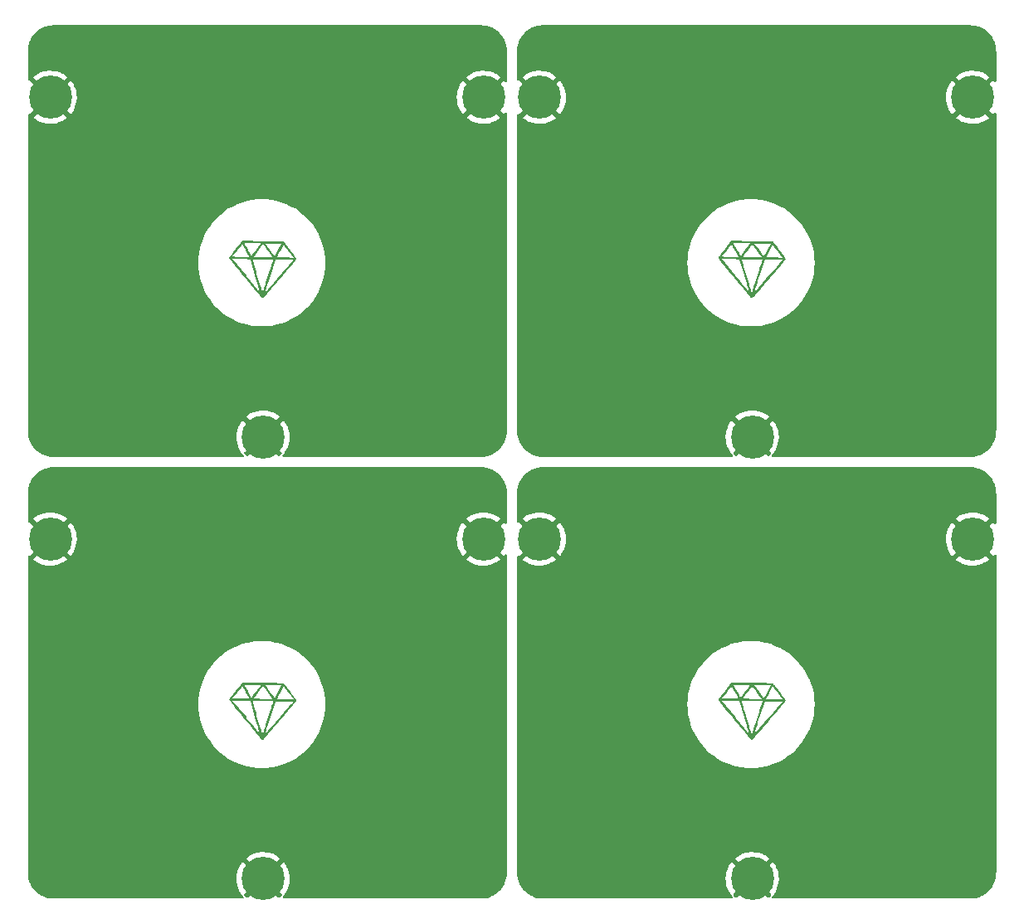
<source format=gbl>
%TF.GenerationSoftware,KiCad,Pcbnew,6.0.2+dfsg-1*%
%TF.CreationDate,2023-02-14T19:21:33+09:00*%
%TF.ProjectId,pcb-panel,7063622d-7061-46e6-956c-2e6b69636164,rev?*%
%TF.SameCoordinates,Original*%
%TF.FileFunction,Copper,L2,Bot*%
%TF.FilePolarity,Positive*%
%FSLAX46Y46*%
G04 Gerber Fmt 4.6, Leading zero omitted, Abs format (unit mm)*
G04 Created by KiCad (PCBNEW 6.0.2+dfsg-1) date 2023-02-14 19:21:33*
%MOMM*%
%LPD*%
G01*
G04 APERTURE LIST*
%TA.AperFunction,ComponentPad*%
%ADD10C,0.700000*%
%TD*%
%TA.AperFunction,ComponentPad*%
%ADD11C,4.400000*%
%TD*%
G04 APERTURE END LIST*
G36*
X140316842Y-119578948D02*
G01*
X140330720Y-119606983D01*
X140328645Y-119611009D01*
X140302670Y-119645435D01*
X140265911Y-119690883D01*
X140248884Y-119711935D01*
X140245076Y-119716540D01*
X140169723Y-119807668D01*
X140067621Y-119929795D01*
X139945013Y-120075475D01*
X139804335Y-120241867D01*
X139648022Y-120426131D01*
X139478508Y-120625427D01*
X139298229Y-120836915D01*
X139109621Y-121057754D01*
X138915117Y-121285104D01*
X138717154Y-121516124D01*
X138518167Y-121747975D01*
X138320590Y-121977816D01*
X138126858Y-122202806D01*
X137939407Y-122420106D01*
X137760672Y-122626874D01*
X137593088Y-122820271D01*
X137439090Y-122997456D01*
X137301114Y-123155590D01*
X137181593Y-123291830D01*
X137082965Y-123403339D01*
X137007662Y-123487274D01*
X136958122Y-123540795D01*
X136910924Y-123587417D01*
X136862805Y-123621643D01*
X136823946Y-123624641D01*
X136783032Y-123600252D01*
X136768132Y-123584011D01*
X136724427Y-123532988D01*
X136654674Y-123450125D01*
X136561113Y-123338125D01*
X136445984Y-123199687D01*
X136311526Y-123037515D01*
X136159979Y-122854309D01*
X135993581Y-122652772D01*
X135814573Y-122435605D01*
X135625193Y-122205509D01*
X135427682Y-121965187D01*
X135315435Y-121828513D01*
X135109668Y-121577972D01*
X134907353Y-121331636D01*
X134711459Y-121093123D01*
X134524957Y-120866050D01*
X134350819Y-120654033D01*
X134192014Y-120460690D01*
X134051515Y-120289637D01*
X133932291Y-120144492D01*
X133837313Y-120028871D01*
X133769552Y-119946391D01*
X133656799Y-119807046D01*
X133562105Y-119685269D01*
X133533730Y-119646367D01*
X133811735Y-119646367D01*
X135170287Y-121299269D01*
X135244832Y-121389965D01*
X135473479Y-121668135D01*
X135674277Y-121912381D01*
X135849032Y-122124877D01*
X135999551Y-122307795D01*
X136127637Y-122463308D01*
X136235098Y-122593589D01*
X136323739Y-122700811D01*
X136395366Y-122787146D01*
X136451784Y-122854767D01*
X136494798Y-122905848D01*
X136526215Y-122942561D01*
X136547841Y-122967079D01*
X136561480Y-122981575D01*
X136568939Y-122988221D01*
X136572023Y-122989191D01*
X136572538Y-122986657D01*
X136567426Y-122967837D01*
X136549989Y-122906663D01*
X136521194Y-122806641D01*
X136482089Y-122671393D01*
X136433728Y-122504542D01*
X136377160Y-122309711D01*
X136313437Y-122090524D01*
X136243611Y-121850603D01*
X136168732Y-121593571D01*
X136089852Y-121323052D01*
X135612074Y-119685247D01*
X135846371Y-119685247D01*
X135854237Y-119711353D01*
X135874390Y-119779747D01*
X135905713Y-119886635D01*
X135947143Y-120028371D01*
X135997617Y-120201305D01*
X136056069Y-120401791D01*
X136121436Y-120626181D01*
X136192654Y-120870826D01*
X136268658Y-121132079D01*
X136348386Y-121406292D01*
X136426749Y-121675656D01*
X136502579Y-121935840D01*
X136573577Y-122178975D01*
X136638691Y-122401481D01*
X136696869Y-122599779D01*
X136747059Y-122770290D01*
X136788210Y-122909434D01*
X136811229Y-122986657D01*
X136819270Y-123013632D01*
X136839188Y-123079305D01*
X136846910Y-123102873D01*
X136850159Y-123098558D01*
X136865808Y-123059667D01*
X136885844Y-123003019D01*
X137127862Y-123003019D01*
X137130763Y-123000368D01*
X137158587Y-122969801D01*
X137213699Y-122907509D01*
X137293441Y-122816568D01*
X137395158Y-122700053D01*
X137516190Y-122561037D01*
X137653881Y-122402597D01*
X137805572Y-122227806D01*
X137968607Y-122039740D01*
X138140329Y-121841473D01*
X138318079Y-121636080D01*
X138499200Y-121426635D01*
X138681034Y-121216215D01*
X138860925Y-121007893D01*
X139036215Y-120804744D01*
X139204246Y-120609843D01*
X139362361Y-120426265D01*
X139507902Y-120257085D01*
X139638212Y-120105377D01*
X139750634Y-119974216D01*
X139842509Y-119866677D01*
X139911181Y-119785835D01*
X139953992Y-119734764D01*
X139968285Y-119716540D01*
X139967911Y-119716408D01*
X139939153Y-119714883D01*
X139868605Y-119713061D01*
X139761524Y-119711027D01*
X139623166Y-119708862D01*
X139458786Y-119706649D01*
X139273640Y-119704472D01*
X139072985Y-119702414D01*
X138183883Y-119693932D01*
X137653835Y-121346724D01*
X137573930Y-121596070D01*
X137491761Y-121852886D01*
X137415107Y-122092881D01*
X137345098Y-122312499D01*
X137282864Y-122508181D01*
X137229534Y-122676368D01*
X137186239Y-122813504D01*
X137154109Y-122916030D01*
X137134274Y-122980387D01*
X137127862Y-123003019D01*
X136885844Y-123003019D01*
X136891559Y-122986860D01*
X136924766Y-122887741D01*
X136962781Y-122769915D01*
X136982786Y-122707019D01*
X137020221Y-122589695D01*
X137069185Y-122436510D01*
X137127978Y-122252773D01*
X137194900Y-122043791D01*
X137268252Y-121814875D01*
X137346331Y-121571334D01*
X137427439Y-121318475D01*
X137509875Y-121061609D01*
X137512063Y-121054792D01*
X137590291Y-120810827D01*
X137663876Y-120580836D01*
X137731575Y-120368734D01*
X137792149Y-120178432D01*
X137844355Y-120013843D01*
X137886952Y-119878881D01*
X137918700Y-119777459D01*
X137938357Y-119713488D01*
X137944682Y-119690883D01*
X137931772Y-119690165D01*
X137876346Y-119688596D01*
X137781668Y-119686439D01*
X137652549Y-119683789D01*
X137493799Y-119680739D01*
X137310226Y-119677384D01*
X137106643Y-119673820D01*
X136887858Y-119670139D01*
X136748981Y-119667898D01*
X136516657Y-119664481D01*
X136326147Y-119662272D01*
X136173676Y-119661326D01*
X136055471Y-119661699D01*
X135967759Y-119663444D01*
X135906767Y-119666616D01*
X135868720Y-119671271D01*
X135849846Y-119677463D01*
X135846371Y-119685247D01*
X135612074Y-119685247D01*
X135607670Y-119670149D01*
X135359035Y-119652131D01*
X135287331Y-119648273D01*
X135163138Y-119644328D01*
X135008787Y-119641425D01*
X134833907Y-119639691D01*
X134648125Y-119639253D01*
X134461068Y-119640240D01*
X133811735Y-119646367D01*
X133533730Y-119646367D01*
X133493073Y-119590626D01*
X133451722Y-119525890D01*
X133440070Y-119493831D01*
X133450026Y-119477124D01*
X133487000Y-119425310D01*
X133492697Y-119417685D01*
X135944017Y-119417685D01*
X135948261Y-119418717D01*
X135990267Y-119421799D01*
X136072846Y-119425224D01*
X136190902Y-119428860D01*
X136339341Y-119432576D01*
X136513069Y-119436240D01*
X136706990Y-119439719D01*
X136916010Y-119442881D01*
X137876031Y-119456104D01*
X137875916Y-119455942D01*
X138314301Y-119455942D01*
X138316493Y-119456104D01*
X138333950Y-119457394D01*
X138396223Y-119459634D01*
X138495807Y-119462393D01*
X138627281Y-119465544D01*
X138785223Y-119468957D01*
X138964211Y-119472503D01*
X139158823Y-119476053D01*
X139996570Y-119490703D01*
X139577251Y-118926400D01*
X139555721Y-118897429D01*
X139446138Y-118750065D01*
X139343073Y-118611612D01*
X139250891Y-118487926D01*
X139173961Y-118384864D01*
X139116649Y-118308281D01*
X139083322Y-118264035D01*
X139008710Y-118165972D01*
X138658118Y-118808227D01*
X138618903Y-118880179D01*
X138535631Y-119033754D01*
X138461762Y-119171063D01*
X138399995Y-119287022D01*
X138353030Y-119376544D01*
X138323565Y-119434546D01*
X138314301Y-119455942D01*
X137875916Y-119455942D01*
X137765595Y-119300594D01*
X137572382Y-119029100D01*
X137401768Y-118790573D01*
X137255263Y-118587123D01*
X137133360Y-118419423D01*
X137036552Y-118288145D01*
X136965330Y-118193963D01*
X136920188Y-118137551D01*
X136901618Y-118119581D01*
X136900532Y-118120183D01*
X136878048Y-118144912D01*
X136832639Y-118201612D01*
X136768273Y-118284903D01*
X136688919Y-118389407D01*
X136598544Y-118509744D01*
X136501117Y-118640535D01*
X136400606Y-118776400D01*
X136300980Y-118911961D01*
X136206206Y-119041838D01*
X136120253Y-119160651D01*
X136047089Y-119263022D01*
X135990683Y-119343571D01*
X135955003Y-119396918D01*
X135952901Y-119400891D01*
X135944017Y-119417685D01*
X133492697Y-119417685D01*
X133517299Y-119384756D01*
X133792015Y-119384756D01*
X134272837Y-119399315D01*
X134529597Y-119406481D01*
X134771524Y-119411928D01*
X134983975Y-119415300D01*
X135163944Y-119416593D01*
X135308424Y-119415802D01*
X135414408Y-119412924D01*
X135478886Y-119407955D01*
X135498853Y-119400891D01*
X135477738Y-119356319D01*
X135438423Y-119280493D01*
X135384396Y-119179676D01*
X135319069Y-119059936D01*
X135245852Y-118927339D01*
X135168155Y-118787951D01*
X135089390Y-118647840D01*
X135012966Y-118513071D01*
X134942295Y-118389711D01*
X134880786Y-118283828D01*
X134831850Y-118201487D01*
X134798898Y-118148755D01*
X134785341Y-118131699D01*
X134776333Y-118142491D01*
X134740586Y-118186870D01*
X134681331Y-118261089D01*
X134602143Y-118360648D01*
X134506598Y-118481052D01*
X134398270Y-118617803D01*
X134280735Y-118766404D01*
X133792015Y-119384756D01*
X133517299Y-119384756D01*
X133548312Y-119343247D01*
X133630930Y-119234875D01*
X133731825Y-119104139D01*
X133847967Y-118954980D01*
X133976325Y-118791341D01*
X134113869Y-118617164D01*
X134594149Y-118010952D01*
X135003379Y-118010952D01*
X135005490Y-118015720D01*
X135025528Y-118054323D01*
X135064486Y-118127285D01*
X135119596Y-118229483D01*
X135188092Y-118355796D01*
X135267207Y-118501104D01*
X135354175Y-118660284D01*
X135392801Y-118730725D01*
X135477430Y-118884020D01*
X135553709Y-119020782D01*
X135618769Y-119135957D01*
X135669744Y-119224490D01*
X135703765Y-119281327D01*
X135717964Y-119301413D01*
X135718368Y-119301277D01*
X135737381Y-119280091D01*
X135779934Y-119226568D01*
X135842006Y-119146114D01*
X135919581Y-119044134D01*
X136008638Y-118926032D01*
X136105158Y-118797213D01*
X136205123Y-118663082D01*
X136304515Y-118529044D01*
X136399314Y-118400504D01*
X136485500Y-118282866D01*
X136559057Y-118181536D01*
X136615964Y-118101919D01*
X136649785Y-118052921D01*
X137144798Y-118052921D01*
X137606552Y-118694547D01*
X137683089Y-118800615D01*
X137788624Y-118945890D01*
X137883430Y-119075252D01*
X137964122Y-119184142D01*
X138027316Y-119268003D01*
X138069626Y-119322277D01*
X138087668Y-119342408D01*
X138091552Y-119339623D01*
X138115665Y-119305440D01*
X138158178Y-119236434D01*
X138216168Y-119137630D01*
X138286715Y-119014052D01*
X138366897Y-118870725D01*
X138453793Y-118712673D01*
X138800555Y-118076704D01*
X138596489Y-118058689D01*
X138541462Y-118055130D01*
X138431557Y-118051073D01*
X138290082Y-118048079D01*
X138126274Y-118046280D01*
X137949371Y-118045809D01*
X137768611Y-118046797D01*
X137144798Y-118052921D01*
X136649785Y-118052921D01*
X136652203Y-118049418D01*
X136663755Y-118029440D01*
X136658596Y-118028544D01*
X136615689Y-118026296D01*
X136534906Y-118023907D01*
X136422819Y-118021452D01*
X136286001Y-118019002D01*
X136131023Y-118016632D01*
X135964457Y-118014415D01*
X135792874Y-118012424D01*
X135622847Y-118010731D01*
X135460948Y-118009411D01*
X135313748Y-118008536D01*
X135187819Y-118008179D01*
X135089733Y-118008414D01*
X135026063Y-118009314D01*
X135003379Y-118010952D01*
X134594149Y-118010952D01*
X134777442Y-117779599D01*
X135181749Y-117779231D01*
X135242473Y-117779281D01*
X135392356Y-117779992D01*
X135572077Y-117781461D01*
X135777335Y-117783609D01*
X136003830Y-117786361D01*
X136247263Y-117789639D01*
X136503334Y-117793367D01*
X136767742Y-117797468D01*
X137036188Y-117801866D01*
X137304372Y-117806482D01*
X137567993Y-117811242D01*
X137822753Y-117816068D01*
X138064351Y-117820882D01*
X138288486Y-117825610D01*
X138490860Y-117830173D01*
X138667172Y-117834495D01*
X138813122Y-117838500D01*
X138924410Y-117842110D01*
X138996737Y-117845249D01*
X139025803Y-117847840D01*
X139026972Y-117848426D01*
X139053079Y-117874417D01*
X139102968Y-117933703D01*
X139173124Y-118021547D01*
X139179267Y-118029440D01*
X139216053Y-118076704D01*
X139260034Y-118133212D01*
X139360184Y-118263961D01*
X139470060Y-118409057D01*
X139586149Y-118563763D01*
X139704936Y-118723343D01*
X139822907Y-118883059D01*
X139936550Y-119038174D01*
X140042350Y-119183952D01*
X140136793Y-119315655D01*
X140216365Y-119428547D01*
X140258934Y-119490703D01*
X140277553Y-119517890D01*
X140316842Y-119578948D01*
G37*
G36*
X90405842Y-119578948D02*
G01*
X90419720Y-119606983D01*
X90417645Y-119611009D01*
X90391670Y-119645435D01*
X90354911Y-119690883D01*
X90337884Y-119711935D01*
X90334076Y-119716540D01*
X90258723Y-119807668D01*
X90156621Y-119929795D01*
X90034013Y-120075475D01*
X89893335Y-120241867D01*
X89737022Y-120426131D01*
X89567508Y-120625427D01*
X89387229Y-120836915D01*
X89198621Y-121057754D01*
X89004117Y-121285104D01*
X88806154Y-121516124D01*
X88607167Y-121747975D01*
X88409590Y-121977816D01*
X88215858Y-122202806D01*
X88028407Y-122420106D01*
X87849672Y-122626874D01*
X87682088Y-122820271D01*
X87528090Y-122997456D01*
X87390114Y-123155590D01*
X87270593Y-123291830D01*
X87171965Y-123403339D01*
X87096662Y-123487274D01*
X87047122Y-123540795D01*
X86999924Y-123587417D01*
X86951805Y-123621643D01*
X86912946Y-123624641D01*
X86872032Y-123600252D01*
X86857132Y-123584011D01*
X86813427Y-123532988D01*
X86743674Y-123450125D01*
X86650113Y-123338125D01*
X86534984Y-123199687D01*
X86400526Y-123037515D01*
X86248979Y-122854309D01*
X86082581Y-122652772D01*
X85903573Y-122435605D01*
X85714193Y-122205509D01*
X85516682Y-121965187D01*
X85404435Y-121828513D01*
X85198668Y-121577972D01*
X84996353Y-121331636D01*
X84800459Y-121093123D01*
X84613957Y-120866050D01*
X84439819Y-120654033D01*
X84281014Y-120460690D01*
X84140515Y-120289637D01*
X84021291Y-120144492D01*
X83926313Y-120028871D01*
X83858552Y-119946391D01*
X83745799Y-119807046D01*
X83651105Y-119685269D01*
X83622730Y-119646367D01*
X83900735Y-119646367D01*
X85259287Y-121299269D01*
X85333832Y-121389965D01*
X85562479Y-121668135D01*
X85763277Y-121912381D01*
X85938032Y-122124877D01*
X86088551Y-122307795D01*
X86216637Y-122463308D01*
X86324098Y-122593589D01*
X86412739Y-122700811D01*
X86484366Y-122787146D01*
X86540784Y-122854767D01*
X86583798Y-122905848D01*
X86615215Y-122942561D01*
X86636841Y-122967079D01*
X86650480Y-122981575D01*
X86657939Y-122988221D01*
X86661023Y-122989191D01*
X86661538Y-122986657D01*
X86656426Y-122967837D01*
X86638989Y-122906663D01*
X86610194Y-122806641D01*
X86571089Y-122671393D01*
X86522728Y-122504542D01*
X86466160Y-122309711D01*
X86402437Y-122090524D01*
X86332611Y-121850603D01*
X86257732Y-121593571D01*
X86178852Y-121323052D01*
X85701074Y-119685247D01*
X85935371Y-119685247D01*
X85943237Y-119711353D01*
X85963390Y-119779747D01*
X85994713Y-119886635D01*
X86036143Y-120028371D01*
X86086617Y-120201305D01*
X86145069Y-120401791D01*
X86210436Y-120626181D01*
X86281654Y-120870826D01*
X86357658Y-121132079D01*
X86437386Y-121406292D01*
X86515749Y-121675656D01*
X86591579Y-121935840D01*
X86662577Y-122178975D01*
X86727691Y-122401481D01*
X86785869Y-122599779D01*
X86836059Y-122770290D01*
X86877210Y-122909434D01*
X86900229Y-122986657D01*
X86908270Y-123013632D01*
X86928188Y-123079305D01*
X86935910Y-123102873D01*
X86939159Y-123098558D01*
X86954808Y-123059667D01*
X86974844Y-123003019D01*
X87216862Y-123003019D01*
X87219763Y-123000368D01*
X87247587Y-122969801D01*
X87302699Y-122907509D01*
X87382441Y-122816568D01*
X87484158Y-122700053D01*
X87605190Y-122561037D01*
X87742881Y-122402597D01*
X87894572Y-122227806D01*
X88057607Y-122039740D01*
X88229329Y-121841473D01*
X88407079Y-121636080D01*
X88588200Y-121426635D01*
X88770034Y-121216215D01*
X88949925Y-121007893D01*
X89125215Y-120804744D01*
X89293246Y-120609843D01*
X89451361Y-120426265D01*
X89596902Y-120257085D01*
X89727212Y-120105377D01*
X89839634Y-119974216D01*
X89931509Y-119866677D01*
X90000181Y-119785835D01*
X90042992Y-119734764D01*
X90057285Y-119716540D01*
X90056911Y-119716408D01*
X90028153Y-119714883D01*
X89957605Y-119713061D01*
X89850524Y-119711027D01*
X89712166Y-119708862D01*
X89547786Y-119706649D01*
X89362640Y-119704472D01*
X89161985Y-119702414D01*
X88272883Y-119693932D01*
X87742835Y-121346724D01*
X87662930Y-121596070D01*
X87580761Y-121852886D01*
X87504107Y-122092881D01*
X87434098Y-122312499D01*
X87371864Y-122508181D01*
X87318534Y-122676368D01*
X87275239Y-122813504D01*
X87243109Y-122916030D01*
X87223274Y-122980387D01*
X87216862Y-123003019D01*
X86974844Y-123003019D01*
X86980559Y-122986860D01*
X87013766Y-122887741D01*
X87051781Y-122769915D01*
X87071786Y-122707019D01*
X87109221Y-122589695D01*
X87158185Y-122436510D01*
X87216978Y-122252773D01*
X87283900Y-122043791D01*
X87357252Y-121814875D01*
X87435331Y-121571334D01*
X87516439Y-121318475D01*
X87598875Y-121061609D01*
X87601063Y-121054792D01*
X87679291Y-120810827D01*
X87752876Y-120580836D01*
X87820575Y-120368734D01*
X87881149Y-120178432D01*
X87933355Y-120013843D01*
X87975952Y-119878881D01*
X88007700Y-119777459D01*
X88027357Y-119713488D01*
X88033682Y-119690883D01*
X88020772Y-119690165D01*
X87965346Y-119688596D01*
X87870668Y-119686439D01*
X87741549Y-119683789D01*
X87582799Y-119680739D01*
X87399226Y-119677384D01*
X87195643Y-119673820D01*
X86976858Y-119670139D01*
X86837981Y-119667898D01*
X86605657Y-119664481D01*
X86415147Y-119662272D01*
X86262676Y-119661326D01*
X86144471Y-119661699D01*
X86056759Y-119663444D01*
X85995767Y-119666616D01*
X85957720Y-119671271D01*
X85938846Y-119677463D01*
X85935371Y-119685247D01*
X85701074Y-119685247D01*
X85696670Y-119670149D01*
X85448035Y-119652131D01*
X85376331Y-119648273D01*
X85252138Y-119644328D01*
X85097787Y-119641425D01*
X84922907Y-119639691D01*
X84737125Y-119639253D01*
X84550068Y-119640240D01*
X83900735Y-119646367D01*
X83622730Y-119646367D01*
X83582073Y-119590626D01*
X83540722Y-119525890D01*
X83529070Y-119493831D01*
X83539026Y-119477124D01*
X83576000Y-119425310D01*
X83581697Y-119417685D01*
X86033017Y-119417685D01*
X86037261Y-119418717D01*
X86079267Y-119421799D01*
X86161846Y-119425224D01*
X86279902Y-119428860D01*
X86428341Y-119432576D01*
X86602069Y-119436240D01*
X86795990Y-119439719D01*
X87005010Y-119442881D01*
X87965031Y-119456104D01*
X87964916Y-119455942D01*
X88403301Y-119455942D01*
X88405493Y-119456104D01*
X88422950Y-119457394D01*
X88485223Y-119459634D01*
X88584807Y-119462393D01*
X88716281Y-119465544D01*
X88874223Y-119468957D01*
X89053211Y-119472503D01*
X89247823Y-119476053D01*
X90085570Y-119490703D01*
X89666251Y-118926400D01*
X89644721Y-118897429D01*
X89535138Y-118750065D01*
X89432073Y-118611612D01*
X89339891Y-118487926D01*
X89262961Y-118384864D01*
X89205649Y-118308281D01*
X89172322Y-118264035D01*
X89097710Y-118165972D01*
X88747118Y-118808227D01*
X88707903Y-118880179D01*
X88624631Y-119033754D01*
X88550762Y-119171063D01*
X88488995Y-119287022D01*
X88442030Y-119376544D01*
X88412565Y-119434546D01*
X88403301Y-119455942D01*
X87964916Y-119455942D01*
X87854595Y-119300594D01*
X87661382Y-119029100D01*
X87490768Y-118790573D01*
X87344263Y-118587123D01*
X87222360Y-118419423D01*
X87125552Y-118288145D01*
X87054330Y-118193963D01*
X87009188Y-118137551D01*
X86990618Y-118119581D01*
X86989532Y-118120183D01*
X86967048Y-118144912D01*
X86921639Y-118201612D01*
X86857273Y-118284903D01*
X86777919Y-118389407D01*
X86687544Y-118509744D01*
X86590117Y-118640535D01*
X86489606Y-118776400D01*
X86389980Y-118911961D01*
X86295206Y-119041838D01*
X86209253Y-119160651D01*
X86136089Y-119263022D01*
X86079683Y-119343571D01*
X86044003Y-119396918D01*
X86041901Y-119400891D01*
X86033017Y-119417685D01*
X83581697Y-119417685D01*
X83606299Y-119384756D01*
X83881015Y-119384756D01*
X84361837Y-119399315D01*
X84618597Y-119406481D01*
X84860524Y-119411928D01*
X85072975Y-119415300D01*
X85252944Y-119416593D01*
X85397424Y-119415802D01*
X85503408Y-119412924D01*
X85567886Y-119407955D01*
X85587853Y-119400891D01*
X85566738Y-119356319D01*
X85527423Y-119280493D01*
X85473396Y-119179676D01*
X85408069Y-119059936D01*
X85334852Y-118927339D01*
X85257155Y-118787951D01*
X85178390Y-118647840D01*
X85101966Y-118513071D01*
X85031295Y-118389711D01*
X84969786Y-118283828D01*
X84920850Y-118201487D01*
X84887898Y-118148755D01*
X84874341Y-118131699D01*
X84865333Y-118142491D01*
X84829586Y-118186870D01*
X84770331Y-118261089D01*
X84691143Y-118360648D01*
X84595598Y-118481052D01*
X84487270Y-118617803D01*
X84369735Y-118766404D01*
X83881015Y-119384756D01*
X83606299Y-119384756D01*
X83637312Y-119343247D01*
X83719930Y-119234875D01*
X83820825Y-119104139D01*
X83936967Y-118954980D01*
X84065325Y-118791341D01*
X84202869Y-118617164D01*
X84683149Y-118010952D01*
X85092379Y-118010952D01*
X85094490Y-118015720D01*
X85114528Y-118054323D01*
X85153486Y-118127285D01*
X85208596Y-118229483D01*
X85277092Y-118355796D01*
X85356207Y-118501104D01*
X85443175Y-118660284D01*
X85481801Y-118730725D01*
X85566430Y-118884020D01*
X85642709Y-119020782D01*
X85707769Y-119135957D01*
X85758744Y-119224490D01*
X85792765Y-119281327D01*
X85806964Y-119301413D01*
X85807368Y-119301277D01*
X85826381Y-119280091D01*
X85868934Y-119226568D01*
X85931006Y-119146114D01*
X86008581Y-119044134D01*
X86097638Y-118926032D01*
X86194158Y-118797213D01*
X86294123Y-118663082D01*
X86393515Y-118529044D01*
X86488314Y-118400504D01*
X86574500Y-118282866D01*
X86648057Y-118181536D01*
X86704964Y-118101919D01*
X86738785Y-118052921D01*
X87233798Y-118052921D01*
X87695552Y-118694547D01*
X87772089Y-118800615D01*
X87877624Y-118945890D01*
X87972430Y-119075252D01*
X88053122Y-119184142D01*
X88116316Y-119268003D01*
X88158626Y-119322277D01*
X88176668Y-119342408D01*
X88180552Y-119339623D01*
X88204665Y-119305440D01*
X88247178Y-119236434D01*
X88305168Y-119137630D01*
X88375715Y-119014052D01*
X88455897Y-118870725D01*
X88542793Y-118712673D01*
X88889555Y-118076704D01*
X88685489Y-118058689D01*
X88630462Y-118055130D01*
X88520557Y-118051073D01*
X88379082Y-118048079D01*
X88215274Y-118046280D01*
X88038371Y-118045809D01*
X87857611Y-118046797D01*
X87233798Y-118052921D01*
X86738785Y-118052921D01*
X86741203Y-118049418D01*
X86752755Y-118029440D01*
X86747596Y-118028544D01*
X86704689Y-118026296D01*
X86623906Y-118023907D01*
X86511819Y-118021452D01*
X86375001Y-118019002D01*
X86220023Y-118016632D01*
X86053457Y-118014415D01*
X85881874Y-118012424D01*
X85711847Y-118010731D01*
X85549948Y-118009411D01*
X85402748Y-118008536D01*
X85276819Y-118008179D01*
X85178733Y-118008414D01*
X85115063Y-118009314D01*
X85092379Y-118010952D01*
X84683149Y-118010952D01*
X84866442Y-117779599D01*
X85270749Y-117779231D01*
X85331473Y-117779281D01*
X85481356Y-117779992D01*
X85661077Y-117781461D01*
X85866335Y-117783609D01*
X86092830Y-117786361D01*
X86336263Y-117789639D01*
X86592334Y-117793367D01*
X86856742Y-117797468D01*
X87125188Y-117801866D01*
X87393372Y-117806482D01*
X87656993Y-117811242D01*
X87911753Y-117816068D01*
X88153351Y-117820882D01*
X88377486Y-117825610D01*
X88579860Y-117830173D01*
X88756172Y-117834495D01*
X88902122Y-117838500D01*
X89013410Y-117842110D01*
X89085737Y-117845249D01*
X89114803Y-117847840D01*
X89115972Y-117848426D01*
X89142079Y-117874417D01*
X89191968Y-117933703D01*
X89262124Y-118021547D01*
X89268267Y-118029440D01*
X89305053Y-118076704D01*
X89349034Y-118133212D01*
X89449184Y-118263961D01*
X89559060Y-118409057D01*
X89675149Y-118563763D01*
X89793936Y-118723343D01*
X89911907Y-118883059D01*
X90025550Y-119038174D01*
X90131350Y-119183952D01*
X90225793Y-119315655D01*
X90305365Y-119428547D01*
X90347934Y-119490703D01*
X90366553Y-119517890D01*
X90405842Y-119578948D01*
G37*
G36*
X140316842Y-74493948D02*
G01*
X140330720Y-74521983D01*
X140328645Y-74526009D01*
X140302670Y-74560435D01*
X140265911Y-74605883D01*
X140248884Y-74626935D01*
X140245076Y-74631540D01*
X140169723Y-74722668D01*
X140067621Y-74844795D01*
X139945013Y-74990475D01*
X139804335Y-75156867D01*
X139648022Y-75341131D01*
X139478508Y-75540427D01*
X139298229Y-75751915D01*
X139109621Y-75972754D01*
X138915117Y-76200104D01*
X138717154Y-76431124D01*
X138518167Y-76662975D01*
X138320590Y-76892816D01*
X138126858Y-77117806D01*
X137939407Y-77335106D01*
X137760672Y-77541874D01*
X137593088Y-77735271D01*
X137439090Y-77912456D01*
X137301114Y-78070590D01*
X137181593Y-78206830D01*
X137082965Y-78318339D01*
X137007662Y-78402274D01*
X136958122Y-78455795D01*
X136910924Y-78502417D01*
X136862805Y-78536643D01*
X136823946Y-78539641D01*
X136783032Y-78515252D01*
X136768132Y-78499011D01*
X136724427Y-78447988D01*
X136654674Y-78365125D01*
X136561113Y-78253125D01*
X136445984Y-78114687D01*
X136311526Y-77952515D01*
X136159979Y-77769309D01*
X135993581Y-77567772D01*
X135814573Y-77350605D01*
X135625193Y-77120509D01*
X135427682Y-76880187D01*
X135315435Y-76743513D01*
X135109668Y-76492972D01*
X134907353Y-76246636D01*
X134711459Y-76008123D01*
X134524957Y-75781050D01*
X134350819Y-75569033D01*
X134192014Y-75375690D01*
X134051515Y-75204637D01*
X133932291Y-75059492D01*
X133837313Y-74943871D01*
X133769552Y-74861391D01*
X133656799Y-74722046D01*
X133562105Y-74600269D01*
X133533730Y-74561367D01*
X133811735Y-74561367D01*
X135170287Y-76214269D01*
X135244832Y-76304965D01*
X135473479Y-76583135D01*
X135674277Y-76827381D01*
X135849032Y-77039877D01*
X135999551Y-77222795D01*
X136127637Y-77378308D01*
X136235098Y-77508589D01*
X136323739Y-77615811D01*
X136395366Y-77702146D01*
X136451784Y-77769767D01*
X136494798Y-77820848D01*
X136526215Y-77857561D01*
X136547841Y-77882079D01*
X136561480Y-77896575D01*
X136568939Y-77903221D01*
X136572023Y-77904191D01*
X136572538Y-77901657D01*
X136567426Y-77882837D01*
X136549989Y-77821663D01*
X136521194Y-77721641D01*
X136482089Y-77586393D01*
X136433728Y-77419542D01*
X136377160Y-77224711D01*
X136313437Y-77005524D01*
X136243611Y-76765603D01*
X136168732Y-76508571D01*
X136089852Y-76238052D01*
X135612074Y-74600247D01*
X135846371Y-74600247D01*
X135854237Y-74626353D01*
X135874390Y-74694747D01*
X135905713Y-74801635D01*
X135947143Y-74943371D01*
X135997617Y-75116305D01*
X136056069Y-75316791D01*
X136121436Y-75541181D01*
X136192654Y-75785826D01*
X136268658Y-76047079D01*
X136348386Y-76321292D01*
X136426749Y-76590656D01*
X136502579Y-76850840D01*
X136573577Y-77093975D01*
X136638691Y-77316481D01*
X136696869Y-77514779D01*
X136747059Y-77685290D01*
X136788210Y-77824434D01*
X136811229Y-77901657D01*
X136819270Y-77928632D01*
X136839188Y-77994305D01*
X136846910Y-78017873D01*
X136850159Y-78013558D01*
X136865808Y-77974667D01*
X136885844Y-77918019D01*
X137127862Y-77918019D01*
X137130763Y-77915368D01*
X137158587Y-77884801D01*
X137213699Y-77822509D01*
X137293441Y-77731568D01*
X137395158Y-77615053D01*
X137516190Y-77476037D01*
X137653881Y-77317597D01*
X137805572Y-77142806D01*
X137968607Y-76954740D01*
X138140329Y-76756473D01*
X138318079Y-76551080D01*
X138499200Y-76341635D01*
X138681034Y-76131215D01*
X138860925Y-75922893D01*
X139036215Y-75719744D01*
X139204246Y-75524843D01*
X139362361Y-75341265D01*
X139507902Y-75172085D01*
X139638212Y-75020377D01*
X139750634Y-74889216D01*
X139842509Y-74781677D01*
X139911181Y-74700835D01*
X139953992Y-74649764D01*
X139968285Y-74631540D01*
X139967911Y-74631408D01*
X139939153Y-74629883D01*
X139868605Y-74628061D01*
X139761524Y-74626027D01*
X139623166Y-74623862D01*
X139458786Y-74621649D01*
X139273640Y-74619472D01*
X139072985Y-74617414D01*
X138183883Y-74608932D01*
X137653835Y-76261724D01*
X137573930Y-76511070D01*
X137491761Y-76767886D01*
X137415107Y-77007881D01*
X137345098Y-77227499D01*
X137282864Y-77423181D01*
X137229534Y-77591368D01*
X137186239Y-77728504D01*
X137154109Y-77831030D01*
X137134274Y-77895387D01*
X137127862Y-77918019D01*
X136885844Y-77918019D01*
X136891559Y-77901860D01*
X136924766Y-77802741D01*
X136962781Y-77684915D01*
X136982786Y-77622019D01*
X137020221Y-77504695D01*
X137069185Y-77351510D01*
X137127978Y-77167773D01*
X137194900Y-76958791D01*
X137268252Y-76729875D01*
X137346331Y-76486334D01*
X137427439Y-76233475D01*
X137509875Y-75976609D01*
X137512063Y-75969792D01*
X137590291Y-75725827D01*
X137663876Y-75495836D01*
X137731575Y-75283734D01*
X137792149Y-75093432D01*
X137844355Y-74928843D01*
X137886952Y-74793881D01*
X137918700Y-74692459D01*
X137938357Y-74628488D01*
X137944682Y-74605883D01*
X137931772Y-74605165D01*
X137876346Y-74603596D01*
X137781668Y-74601439D01*
X137652549Y-74598789D01*
X137493799Y-74595739D01*
X137310226Y-74592384D01*
X137106643Y-74588820D01*
X136887858Y-74585139D01*
X136748981Y-74582898D01*
X136516657Y-74579481D01*
X136326147Y-74577272D01*
X136173676Y-74576326D01*
X136055471Y-74576699D01*
X135967759Y-74578444D01*
X135906767Y-74581616D01*
X135868720Y-74586271D01*
X135849846Y-74592463D01*
X135846371Y-74600247D01*
X135612074Y-74600247D01*
X135607670Y-74585149D01*
X135359035Y-74567131D01*
X135287331Y-74563273D01*
X135163138Y-74559328D01*
X135008787Y-74556425D01*
X134833907Y-74554691D01*
X134648125Y-74554253D01*
X134461068Y-74555240D01*
X133811735Y-74561367D01*
X133533730Y-74561367D01*
X133493073Y-74505626D01*
X133451722Y-74440890D01*
X133440070Y-74408831D01*
X133450026Y-74392124D01*
X133487000Y-74340310D01*
X133492697Y-74332685D01*
X135944017Y-74332685D01*
X135948261Y-74333717D01*
X135990267Y-74336799D01*
X136072846Y-74340224D01*
X136190902Y-74343860D01*
X136339341Y-74347576D01*
X136513069Y-74351240D01*
X136706990Y-74354719D01*
X136916010Y-74357881D01*
X137876031Y-74371104D01*
X137875916Y-74370942D01*
X138314301Y-74370942D01*
X138316493Y-74371104D01*
X138333950Y-74372394D01*
X138396223Y-74374634D01*
X138495807Y-74377393D01*
X138627281Y-74380544D01*
X138785223Y-74383957D01*
X138964211Y-74387503D01*
X139158823Y-74391053D01*
X139996570Y-74405703D01*
X139577251Y-73841400D01*
X139555721Y-73812429D01*
X139446138Y-73665065D01*
X139343073Y-73526612D01*
X139250891Y-73402926D01*
X139173961Y-73299864D01*
X139116649Y-73223281D01*
X139083322Y-73179035D01*
X139008710Y-73080972D01*
X138658118Y-73723227D01*
X138618903Y-73795179D01*
X138535631Y-73948754D01*
X138461762Y-74086063D01*
X138399995Y-74202022D01*
X138353030Y-74291544D01*
X138323565Y-74349546D01*
X138314301Y-74370942D01*
X137875916Y-74370942D01*
X137765595Y-74215594D01*
X137572382Y-73944100D01*
X137401768Y-73705573D01*
X137255263Y-73502123D01*
X137133360Y-73334423D01*
X137036552Y-73203145D01*
X136965330Y-73108963D01*
X136920188Y-73052551D01*
X136901618Y-73034581D01*
X136900532Y-73035183D01*
X136878048Y-73059912D01*
X136832639Y-73116612D01*
X136768273Y-73199903D01*
X136688919Y-73304407D01*
X136598544Y-73424744D01*
X136501117Y-73555535D01*
X136400606Y-73691400D01*
X136300980Y-73826961D01*
X136206206Y-73956838D01*
X136120253Y-74075651D01*
X136047089Y-74178022D01*
X135990683Y-74258571D01*
X135955003Y-74311918D01*
X135952901Y-74315891D01*
X135944017Y-74332685D01*
X133492697Y-74332685D01*
X133517299Y-74299756D01*
X133792015Y-74299756D01*
X134272837Y-74314315D01*
X134529597Y-74321481D01*
X134771524Y-74326928D01*
X134983975Y-74330300D01*
X135163944Y-74331593D01*
X135308424Y-74330802D01*
X135414408Y-74327924D01*
X135478886Y-74322955D01*
X135498853Y-74315891D01*
X135477738Y-74271319D01*
X135438423Y-74195493D01*
X135384396Y-74094676D01*
X135319069Y-73974936D01*
X135245852Y-73842339D01*
X135168155Y-73702951D01*
X135089390Y-73562840D01*
X135012966Y-73428071D01*
X134942295Y-73304711D01*
X134880786Y-73198828D01*
X134831850Y-73116487D01*
X134798898Y-73063755D01*
X134785341Y-73046699D01*
X134776333Y-73057491D01*
X134740586Y-73101870D01*
X134681331Y-73176089D01*
X134602143Y-73275648D01*
X134506598Y-73396052D01*
X134398270Y-73532803D01*
X134280735Y-73681404D01*
X133792015Y-74299756D01*
X133517299Y-74299756D01*
X133548312Y-74258247D01*
X133630930Y-74149875D01*
X133731825Y-74019139D01*
X133847967Y-73869980D01*
X133976325Y-73706341D01*
X134113869Y-73532164D01*
X134594149Y-72925952D01*
X135003379Y-72925952D01*
X135005490Y-72930720D01*
X135025528Y-72969323D01*
X135064486Y-73042285D01*
X135119596Y-73144483D01*
X135188092Y-73270796D01*
X135267207Y-73416104D01*
X135354175Y-73575284D01*
X135392801Y-73645725D01*
X135477430Y-73799020D01*
X135553709Y-73935782D01*
X135618769Y-74050957D01*
X135669744Y-74139490D01*
X135703765Y-74196327D01*
X135717964Y-74216413D01*
X135718368Y-74216277D01*
X135737381Y-74195091D01*
X135779934Y-74141568D01*
X135842006Y-74061114D01*
X135919581Y-73959134D01*
X136008638Y-73841032D01*
X136105158Y-73712213D01*
X136205123Y-73578082D01*
X136304515Y-73444044D01*
X136399314Y-73315504D01*
X136485500Y-73197866D01*
X136559057Y-73096536D01*
X136615964Y-73016919D01*
X136649785Y-72967921D01*
X137144798Y-72967921D01*
X137606552Y-73609547D01*
X137683089Y-73715615D01*
X137788624Y-73860890D01*
X137883430Y-73990252D01*
X137964122Y-74099142D01*
X138027316Y-74183003D01*
X138069626Y-74237277D01*
X138087668Y-74257408D01*
X138091552Y-74254623D01*
X138115665Y-74220440D01*
X138158178Y-74151434D01*
X138216168Y-74052630D01*
X138286715Y-73929052D01*
X138366897Y-73785725D01*
X138453793Y-73627673D01*
X138800555Y-72991704D01*
X138596489Y-72973689D01*
X138541462Y-72970130D01*
X138431557Y-72966073D01*
X138290082Y-72963079D01*
X138126274Y-72961280D01*
X137949371Y-72960809D01*
X137768611Y-72961797D01*
X137144798Y-72967921D01*
X136649785Y-72967921D01*
X136652203Y-72964418D01*
X136663755Y-72944440D01*
X136658596Y-72943544D01*
X136615689Y-72941296D01*
X136534906Y-72938907D01*
X136422819Y-72936452D01*
X136286001Y-72934002D01*
X136131023Y-72931632D01*
X135964457Y-72929415D01*
X135792874Y-72927424D01*
X135622847Y-72925731D01*
X135460948Y-72924411D01*
X135313748Y-72923536D01*
X135187819Y-72923179D01*
X135089733Y-72923414D01*
X135026063Y-72924314D01*
X135003379Y-72925952D01*
X134594149Y-72925952D01*
X134777442Y-72694599D01*
X135181749Y-72694231D01*
X135242473Y-72694281D01*
X135392356Y-72694992D01*
X135572077Y-72696461D01*
X135777335Y-72698609D01*
X136003830Y-72701361D01*
X136247263Y-72704639D01*
X136503334Y-72708367D01*
X136767742Y-72712468D01*
X137036188Y-72716866D01*
X137304372Y-72721482D01*
X137567993Y-72726242D01*
X137822753Y-72731068D01*
X138064351Y-72735882D01*
X138288486Y-72740610D01*
X138490860Y-72745173D01*
X138667172Y-72749495D01*
X138813122Y-72753500D01*
X138924410Y-72757110D01*
X138996737Y-72760249D01*
X139025803Y-72762840D01*
X139026972Y-72763426D01*
X139053079Y-72789417D01*
X139102968Y-72848703D01*
X139173124Y-72936547D01*
X139179267Y-72944440D01*
X139216053Y-72991704D01*
X139260034Y-73048212D01*
X139360184Y-73178961D01*
X139470060Y-73324057D01*
X139586149Y-73478763D01*
X139704936Y-73638343D01*
X139822907Y-73798059D01*
X139936550Y-73953174D01*
X140042350Y-74098952D01*
X140136793Y-74230655D01*
X140216365Y-74343547D01*
X140258934Y-74405703D01*
X140277553Y-74432890D01*
X140316842Y-74493948D01*
G37*
G36*
X90405842Y-74493948D02*
G01*
X90419720Y-74521983D01*
X90417645Y-74526009D01*
X90391670Y-74560435D01*
X90354911Y-74605883D01*
X90337884Y-74626935D01*
X90334076Y-74631540D01*
X90258723Y-74722668D01*
X90156621Y-74844795D01*
X90034013Y-74990475D01*
X89893335Y-75156867D01*
X89737022Y-75341131D01*
X89567508Y-75540427D01*
X89387229Y-75751915D01*
X89198621Y-75972754D01*
X89004117Y-76200104D01*
X88806154Y-76431124D01*
X88607167Y-76662975D01*
X88409590Y-76892816D01*
X88215858Y-77117806D01*
X88028407Y-77335106D01*
X87849672Y-77541874D01*
X87682088Y-77735271D01*
X87528090Y-77912456D01*
X87390114Y-78070590D01*
X87270593Y-78206830D01*
X87171965Y-78318339D01*
X87096662Y-78402274D01*
X87047122Y-78455795D01*
X86999924Y-78502417D01*
X86951805Y-78536643D01*
X86912946Y-78539641D01*
X86872032Y-78515252D01*
X86857132Y-78499011D01*
X86813427Y-78447988D01*
X86743674Y-78365125D01*
X86650113Y-78253125D01*
X86534984Y-78114687D01*
X86400526Y-77952515D01*
X86248979Y-77769309D01*
X86082581Y-77567772D01*
X85903573Y-77350605D01*
X85714193Y-77120509D01*
X85516682Y-76880187D01*
X85404435Y-76743513D01*
X85198668Y-76492972D01*
X84996353Y-76246636D01*
X84800459Y-76008123D01*
X84613957Y-75781050D01*
X84439819Y-75569033D01*
X84281014Y-75375690D01*
X84140515Y-75204637D01*
X84021291Y-75059492D01*
X83926313Y-74943871D01*
X83858552Y-74861391D01*
X83745799Y-74722046D01*
X83651105Y-74600269D01*
X83622730Y-74561367D01*
X83900735Y-74561367D01*
X85259287Y-76214269D01*
X85333832Y-76304965D01*
X85562479Y-76583135D01*
X85763277Y-76827381D01*
X85938032Y-77039877D01*
X86088551Y-77222795D01*
X86216637Y-77378308D01*
X86324098Y-77508589D01*
X86412739Y-77615811D01*
X86484366Y-77702146D01*
X86540784Y-77769767D01*
X86583798Y-77820848D01*
X86615215Y-77857561D01*
X86636841Y-77882079D01*
X86650480Y-77896575D01*
X86657939Y-77903221D01*
X86661023Y-77904191D01*
X86661538Y-77901657D01*
X86656426Y-77882837D01*
X86638989Y-77821663D01*
X86610194Y-77721641D01*
X86571089Y-77586393D01*
X86522728Y-77419542D01*
X86466160Y-77224711D01*
X86402437Y-77005524D01*
X86332611Y-76765603D01*
X86257732Y-76508571D01*
X86178852Y-76238052D01*
X85701074Y-74600247D01*
X85935371Y-74600247D01*
X85943237Y-74626353D01*
X85963390Y-74694747D01*
X85994713Y-74801635D01*
X86036143Y-74943371D01*
X86086617Y-75116305D01*
X86145069Y-75316791D01*
X86210436Y-75541181D01*
X86281654Y-75785826D01*
X86357658Y-76047079D01*
X86437386Y-76321292D01*
X86515749Y-76590656D01*
X86591579Y-76850840D01*
X86662577Y-77093975D01*
X86727691Y-77316481D01*
X86785869Y-77514779D01*
X86836059Y-77685290D01*
X86877210Y-77824434D01*
X86900229Y-77901657D01*
X86908270Y-77928632D01*
X86928188Y-77994305D01*
X86935910Y-78017873D01*
X86939159Y-78013558D01*
X86954808Y-77974667D01*
X86974844Y-77918019D01*
X87216862Y-77918019D01*
X87219763Y-77915368D01*
X87247587Y-77884801D01*
X87302699Y-77822509D01*
X87382441Y-77731568D01*
X87484158Y-77615053D01*
X87605190Y-77476037D01*
X87742881Y-77317597D01*
X87894572Y-77142806D01*
X88057607Y-76954740D01*
X88229329Y-76756473D01*
X88407079Y-76551080D01*
X88588200Y-76341635D01*
X88770034Y-76131215D01*
X88949925Y-75922893D01*
X89125215Y-75719744D01*
X89293246Y-75524843D01*
X89451361Y-75341265D01*
X89596902Y-75172085D01*
X89727212Y-75020377D01*
X89839634Y-74889216D01*
X89931509Y-74781677D01*
X90000181Y-74700835D01*
X90042992Y-74649764D01*
X90057285Y-74631540D01*
X90056911Y-74631408D01*
X90028153Y-74629883D01*
X89957605Y-74628061D01*
X89850524Y-74626027D01*
X89712166Y-74623862D01*
X89547786Y-74621649D01*
X89362640Y-74619472D01*
X89161985Y-74617414D01*
X88272883Y-74608932D01*
X87742835Y-76261724D01*
X87662930Y-76511070D01*
X87580761Y-76767886D01*
X87504107Y-77007881D01*
X87434098Y-77227499D01*
X87371864Y-77423181D01*
X87318534Y-77591368D01*
X87275239Y-77728504D01*
X87243109Y-77831030D01*
X87223274Y-77895387D01*
X87216862Y-77918019D01*
X86974844Y-77918019D01*
X86980559Y-77901860D01*
X87013766Y-77802741D01*
X87051781Y-77684915D01*
X87071786Y-77622019D01*
X87109221Y-77504695D01*
X87158185Y-77351510D01*
X87216978Y-77167773D01*
X87283900Y-76958791D01*
X87357252Y-76729875D01*
X87435331Y-76486334D01*
X87516439Y-76233475D01*
X87598875Y-75976609D01*
X87601063Y-75969792D01*
X87679291Y-75725827D01*
X87752876Y-75495836D01*
X87820575Y-75283734D01*
X87881149Y-75093432D01*
X87933355Y-74928843D01*
X87975952Y-74793881D01*
X88007700Y-74692459D01*
X88027357Y-74628488D01*
X88033682Y-74605883D01*
X88020772Y-74605165D01*
X87965346Y-74603596D01*
X87870668Y-74601439D01*
X87741549Y-74598789D01*
X87582799Y-74595739D01*
X87399226Y-74592384D01*
X87195643Y-74588820D01*
X86976858Y-74585139D01*
X86837981Y-74582898D01*
X86605657Y-74579481D01*
X86415147Y-74577272D01*
X86262676Y-74576326D01*
X86144471Y-74576699D01*
X86056759Y-74578444D01*
X85995767Y-74581616D01*
X85957720Y-74586271D01*
X85938846Y-74592463D01*
X85935371Y-74600247D01*
X85701074Y-74600247D01*
X85696670Y-74585149D01*
X85448035Y-74567131D01*
X85376331Y-74563273D01*
X85252138Y-74559328D01*
X85097787Y-74556425D01*
X84922907Y-74554691D01*
X84737125Y-74554253D01*
X84550068Y-74555240D01*
X83900735Y-74561367D01*
X83622730Y-74561367D01*
X83582073Y-74505626D01*
X83540722Y-74440890D01*
X83529070Y-74408831D01*
X83539026Y-74392124D01*
X83576000Y-74340310D01*
X83581697Y-74332685D01*
X86033017Y-74332685D01*
X86037261Y-74333717D01*
X86079267Y-74336799D01*
X86161846Y-74340224D01*
X86279902Y-74343860D01*
X86428341Y-74347576D01*
X86602069Y-74351240D01*
X86795990Y-74354719D01*
X87005010Y-74357881D01*
X87965031Y-74371104D01*
X87964916Y-74370942D01*
X88403301Y-74370942D01*
X88405493Y-74371104D01*
X88422950Y-74372394D01*
X88485223Y-74374634D01*
X88584807Y-74377393D01*
X88716281Y-74380544D01*
X88874223Y-74383957D01*
X89053211Y-74387503D01*
X89247823Y-74391053D01*
X90085570Y-74405703D01*
X89666251Y-73841400D01*
X89644721Y-73812429D01*
X89535138Y-73665065D01*
X89432073Y-73526612D01*
X89339891Y-73402926D01*
X89262961Y-73299864D01*
X89205649Y-73223281D01*
X89172322Y-73179035D01*
X89097710Y-73080972D01*
X88747118Y-73723227D01*
X88707903Y-73795179D01*
X88624631Y-73948754D01*
X88550762Y-74086063D01*
X88488995Y-74202022D01*
X88442030Y-74291544D01*
X88412565Y-74349546D01*
X88403301Y-74370942D01*
X87964916Y-74370942D01*
X87854595Y-74215594D01*
X87661382Y-73944100D01*
X87490768Y-73705573D01*
X87344263Y-73502123D01*
X87222360Y-73334423D01*
X87125552Y-73203145D01*
X87054330Y-73108963D01*
X87009188Y-73052551D01*
X86990618Y-73034581D01*
X86989532Y-73035183D01*
X86967048Y-73059912D01*
X86921639Y-73116612D01*
X86857273Y-73199903D01*
X86777919Y-73304407D01*
X86687544Y-73424744D01*
X86590117Y-73555535D01*
X86489606Y-73691400D01*
X86389980Y-73826961D01*
X86295206Y-73956838D01*
X86209253Y-74075651D01*
X86136089Y-74178022D01*
X86079683Y-74258571D01*
X86044003Y-74311918D01*
X86041901Y-74315891D01*
X86033017Y-74332685D01*
X83581697Y-74332685D01*
X83606299Y-74299756D01*
X83881015Y-74299756D01*
X84361837Y-74314315D01*
X84618597Y-74321481D01*
X84860524Y-74326928D01*
X85072975Y-74330300D01*
X85252944Y-74331593D01*
X85397424Y-74330802D01*
X85503408Y-74327924D01*
X85567886Y-74322955D01*
X85587853Y-74315891D01*
X85566738Y-74271319D01*
X85527423Y-74195493D01*
X85473396Y-74094676D01*
X85408069Y-73974936D01*
X85334852Y-73842339D01*
X85257155Y-73702951D01*
X85178390Y-73562840D01*
X85101966Y-73428071D01*
X85031295Y-73304711D01*
X84969786Y-73198828D01*
X84920850Y-73116487D01*
X84887898Y-73063755D01*
X84874341Y-73046699D01*
X84865333Y-73057491D01*
X84829586Y-73101870D01*
X84770331Y-73176089D01*
X84691143Y-73275648D01*
X84595598Y-73396052D01*
X84487270Y-73532803D01*
X84369735Y-73681404D01*
X83881015Y-74299756D01*
X83606299Y-74299756D01*
X83637312Y-74258247D01*
X83719930Y-74149875D01*
X83820825Y-74019139D01*
X83936967Y-73869980D01*
X84065325Y-73706341D01*
X84202869Y-73532164D01*
X84683149Y-72925952D01*
X85092379Y-72925952D01*
X85094490Y-72930720D01*
X85114528Y-72969323D01*
X85153486Y-73042285D01*
X85208596Y-73144483D01*
X85277092Y-73270796D01*
X85356207Y-73416104D01*
X85443175Y-73575284D01*
X85481801Y-73645725D01*
X85566430Y-73799020D01*
X85642709Y-73935782D01*
X85707769Y-74050957D01*
X85758744Y-74139490D01*
X85792765Y-74196327D01*
X85806964Y-74216413D01*
X85807368Y-74216277D01*
X85826381Y-74195091D01*
X85868934Y-74141568D01*
X85931006Y-74061114D01*
X86008581Y-73959134D01*
X86097638Y-73841032D01*
X86194158Y-73712213D01*
X86294123Y-73578082D01*
X86393515Y-73444044D01*
X86488314Y-73315504D01*
X86574500Y-73197866D01*
X86648057Y-73096536D01*
X86704964Y-73016919D01*
X86738785Y-72967921D01*
X87233798Y-72967921D01*
X87695552Y-73609547D01*
X87772089Y-73715615D01*
X87877624Y-73860890D01*
X87972430Y-73990252D01*
X88053122Y-74099142D01*
X88116316Y-74183003D01*
X88158626Y-74237277D01*
X88176668Y-74257408D01*
X88180552Y-74254623D01*
X88204665Y-74220440D01*
X88247178Y-74151434D01*
X88305168Y-74052630D01*
X88375715Y-73929052D01*
X88455897Y-73785725D01*
X88542793Y-73627673D01*
X88889555Y-72991704D01*
X88685489Y-72973689D01*
X88630462Y-72970130D01*
X88520557Y-72966073D01*
X88379082Y-72963079D01*
X88215274Y-72961280D01*
X88038371Y-72960809D01*
X87857611Y-72961797D01*
X87233798Y-72967921D01*
X86738785Y-72967921D01*
X86741203Y-72964418D01*
X86752755Y-72944440D01*
X86747596Y-72943544D01*
X86704689Y-72941296D01*
X86623906Y-72938907D01*
X86511819Y-72936452D01*
X86375001Y-72934002D01*
X86220023Y-72931632D01*
X86053457Y-72929415D01*
X85881874Y-72927424D01*
X85711847Y-72925731D01*
X85549948Y-72924411D01*
X85402748Y-72923536D01*
X85276819Y-72923179D01*
X85178733Y-72923414D01*
X85115063Y-72924314D01*
X85092379Y-72925952D01*
X84683149Y-72925952D01*
X84866442Y-72694599D01*
X85270749Y-72694231D01*
X85331473Y-72694281D01*
X85481356Y-72694992D01*
X85661077Y-72696461D01*
X85866335Y-72698609D01*
X86092830Y-72701361D01*
X86336263Y-72704639D01*
X86592334Y-72708367D01*
X86856742Y-72712468D01*
X87125188Y-72716866D01*
X87393372Y-72721482D01*
X87656993Y-72726242D01*
X87911753Y-72731068D01*
X88153351Y-72735882D01*
X88377486Y-72740610D01*
X88579860Y-72745173D01*
X88756172Y-72749495D01*
X88902122Y-72753500D01*
X89013410Y-72757110D01*
X89085737Y-72760249D01*
X89114803Y-72762840D01*
X89115972Y-72763426D01*
X89142079Y-72789417D01*
X89191968Y-72848703D01*
X89262124Y-72936547D01*
X89268267Y-72944440D01*
X89305053Y-72991704D01*
X89349034Y-73048212D01*
X89449184Y-73178961D01*
X89559060Y-73324057D01*
X89675149Y-73478763D01*
X89793936Y-73638343D01*
X89911907Y-73798059D01*
X90025550Y-73953174D01*
X90131350Y-74098952D01*
X90225793Y-74230655D01*
X90305365Y-74343547D01*
X90347934Y-74405703D01*
X90366553Y-74432890D01*
X90405842Y-74493948D01*
G37*
D10*
X158218274Y-104290726D03*
X161035000Y-103124000D03*
X159385000Y-101474000D03*
X157735000Y-103124000D03*
X160551726Y-104290726D03*
X160551726Y-101957274D03*
X158218274Y-101957274D03*
D11*
X159385000Y-103124000D03*
D10*
X159385000Y-104774000D03*
X114022274Y-104290726D03*
X116839000Y-103124000D03*
X114022274Y-101957274D03*
X113539000Y-103124000D03*
X116355726Y-101957274D03*
D11*
X115189000Y-103124000D03*
D10*
X115189000Y-104774000D03*
X115189000Y-101474000D03*
X116355726Y-104290726D03*
D11*
X136906000Y-137795000D03*
D10*
X138556000Y-137795000D03*
X138072726Y-138961726D03*
X138072726Y-136628274D03*
X135739274Y-138961726D03*
X135256000Y-137795000D03*
X136906000Y-136145000D03*
X135739274Y-136628274D03*
X136906000Y-139445000D03*
X64111274Y-104290726D03*
X66928000Y-103124000D03*
X64111274Y-101957274D03*
X63628000Y-103124000D03*
X66444726Y-101957274D03*
D11*
X65278000Y-103124000D03*
D10*
X65278000Y-104774000D03*
X65278000Y-101474000D03*
X66444726Y-104290726D03*
D11*
X86995000Y-137795000D03*
D10*
X88645000Y-137795000D03*
X88161726Y-138961726D03*
X88161726Y-136628274D03*
X85828274Y-138961726D03*
X85345000Y-137795000D03*
X86995000Y-136145000D03*
X85828274Y-136628274D03*
X86995000Y-139445000D03*
X108307274Y-104290726D03*
X111124000Y-103124000D03*
X109474000Y-101474000D03*
X107824000Y-103124000D03*
X110640726Y-104290726D03*
X110640726Y-101957274D03*
X108307274Y-101957274D03*
D11*
X109474000Y-103124000D03*
D10*
X109474000Y-104774000D03*
X158218274Y-59205726D03*
X161035000Y-58039000D03*
X159385000Y-56389000D03*
X157735000Y-58039000D03*
X160551726Y-59205726D03*
X160551726Y-56872274D03*
X158218274Y-56872274D03*
D11*
X159385000Y-58039000D03*
D10*
X159385000Y-59689000D03*
D11*
X136906000Y-92710000D03*
D10*
X138556000Y-92710000D03*
X138072726Y-93876726D03*
X138072726Y-91543274D03*
X135739274Y-93876726D03*
X135256000Y-92710000D03*
X136906000Y-91060000D03*
X135739274Y-91543274D03*
X136906000Y-94360000D03*
X114022274Y-59205726D03*
X116839000Y-58039000D03*
X114022274Y-56872274D03*
X113539000Y-58039000D03*
X116355726Y-56872274D03*
D11*
X115189000Y-58039000D03*
D10*
X115189000Y-59689000D03*
X115189000Y-56389000D03*
X116355726Y-59205726D03*
X64111274Y-59205726D03*
X66928000Y-58039000D03*
X64111274Y-56872274D03*
X63628000Y-58039000D03*
X66444726Y-56872274D03*
D11*
X65278000Y-58039000D03*
D10*
X65278000Y-59689000D03*
X65278000Y-56389000D03*
X66444726Y-59205726D03*
D11*
X86995000Y-92710000D03*
D10*
X88645000Y-92710000D03*
X88161726Y-93876726D03*
X88161726Y-91543274D03*
X85828274Y-93876726D03*
X85345000Y-92710000D03*
X86995000Y-91060000D03*
X85828274Y-91543274D03*
X86995000Y-94360000D03*
X108307274Y-59205726D03*
X111124000Y-58039000D03*
X109474000Y-56389000D03*
X107824000Y-58039000D03*
X110640726Y-59205726D03*
X110640726Y-56872274D03*
X108307274Y-56872274D03*
D11*
X109474000Y-58039000D03*
D10*
X109474000Y-59689000D03*
%TA.AperFunction,Conductor*%
G36*
X109190057Y-50674500D02*
G01*
X109204858Y-50676805D01*
X109204861Y-50676805D01*
X109213730Y-50678186D01*
X109222632Y-50677022D01*
X109222634Y-50677022D01*
X109226962Y-50676456D01*
X109231695Y-50675837D01*
X109255093Y-50674971D01*
X109511550Y-50689374D01*
X109525579Y-50690954D01*
X109806492Y-50738683D01*
X109820257Y-50741824D01*
X110094065Y-50820707D01*
X110107385Y-50825368D01*
X110370635Y-50934410D01*
X110383358Y-50940537D01*
X110492236Y-51000712D01*
X110632738Y-51078365D01*
X110644701Y-51085882D01*
X110877073Y-51250758D01*
X110888121Y-51259568D01*
X111100578Y-51449431D01*
X111110569Y-51459422D01*
X111300432Y-51671879D01*
X111309242Y-51682927D01*
X111474118Y-51915299D01*
X111481635Y-51927262D01*
X111619461Y-52176638D01*
X111625590Y-52189365D01*
X111734632Y-52452615D01*
X111739293Y-52465935D01*
X111783856Y-52620616D01*
X111818175Y-52739740D01*
X111821319Y-52753515D01*
X111869045Y-53034414D01*
X111870627Y-53048455D01*
X111884620Y-53297622D01*
X111883318Y-53324068D01*
X111883196Y-53324850D01*
X111883196Y-53324856D01*
X111881814Y-53333730D01*
X111882979Y-53342637D01*
X111885936Y-53365251D01*
X111887000Y-53381589D01*
X111887000Y-56363115D01*
X111866998Y-56431236D01*
X111813342Y-56477729D01*
X111743068Y-56487833D01*
X111678488Y-56458339D01*
X111661643Y-56440602D01*
X111571991Y-56325647D01*
X111560199Y-56317178D01*
X111548486Y-56323725D01*
X109846020Y-58026190D01*
X109838408Y-58040131D01*
X109838539Y-58041966D01*
X109842790Y-58048580D01*
X111547285Y-59753074D01*
X111560408Y-59760240D01*
X111570709Y-59752851D01*
X111663287Y-59639136D01*
X111721807Y-59598937D01*
X111792770Y-59596757D01*
X111853646Y-59633289D01*
X111885108Y-59696934D01*
X111887000Y-59718686D01*
X111887000Y-92025672D01*
X111885500Y-92045057D01*
X111883289Y-92059260D01*
X111881814Y-92068730D01*
X111882978Y-92077632D01*
X111882978Y-92077634D01*
X111884163Y-92086692D01*
X111885029Y-92110093D01*
X111871804Y-92345592D01*
X111870627Y-92366545D01*
X111869045Y-92380586D01*
X111821319Y-92661485D01*
X111818176Y-92675257D01*
X111739293Y-92949065D01*
X111734632Y-92962385D01*
X111656408Y-93151234D01*
X111625592Y-93225631D01*
X111619461Y-93238362D01*
X111481635Y-93487738D01*
X111474118Y-93499701D01*
X111309242Y-93732073D01*
X111300433Y-93743120D01*
X111110569Y-93955578D01*
X111100578Y-93965569D01*
X110888121Y-94155432D01*
X110877073Y-94164242D01*
X110644701Y-94329118D01*
X110632738Y-94336635D01*
X110383358Y-94474463D01*
X110370635Y-94480590D01*
X110107385Y-94589632D01*
X110094065Y-94594293D01*
X109820257Y-94673176D01*
X109806492Y-94676317D01*
X109525579Y-94724046D01*
X109511550Y-94725626D01*
X109423216Y-94730587D01*
X109262378Y-94739620D01*
X109235932Y-94738318D01*
X109235150Y-94738196D01*
X109235144Y-94738196D01*
X109226270Y-94736814D01*
X109194749Y-94740936D01*
X109178411Y-94742000D01*
X89097752Y-94742000D01*
X89029631Y-94721998D01*
X88983138Y-94668342D01*
X88973034Y-94598068D01*
X89000039Y-94536450D01*
X89195751Y-94296055D01*
X89200164Y-94289914D01*
X89370349Y-94020187D01*
X89374005Y-94013536D01*
X89510544Y-93725335D01*
X89513375Y-93718295D01*
X89614306Y-93415767D01*
X89616270Y-93408433D01*
X89680122Y-93095989D01*
X89681194Y-93088465D01*
X89707173Y-92769051D01*
X89707378Y-92764576D01*
X89707927Y-92712221D01*
X89707817Y-92707789D01*
X89688529Y-92387853D01*
X89687621Y-92380351D01*
X89630319Y-92066593D01*
X89628518Y-92059260D01*
X89533935Y-91754655D01*
X89531263Y-91747583D01*
X89400781Y-91456570D01*
X89397264Y-91449843D01*
X89232771Y-91176621D01*
X89228481Y-91170377D01*
X89092991Y-90996647D01*
X89081199Y-90988178D01*
X89069486Y-90994725D01*
X87084095Y-92980115D01*
X87021783Y-93014141D01*
X86950967Y-93009076D01*
X86905905Y-92980115D01*
X84921445Y-90995656D01*
X84908510Y-90988592D01*
X84897949Y-90996252D01*
X84777766Y-91147072D01*
X84773410Y-91153270D01*
X84606059Y-91424764D01*
X84602479Y-91431440D01*
X84468956Y-91721074D01*
X84466206Y-91728125D01*
X84368444Y-92031708D01*
X84366561Y-92039041D01*
X84305979Y-92352170D01*
X84304992Y-92359670D01*
X84282467Y-92677802D01*
X84282388Y-92685383D01*
X84298245Y-93003914D01*
X84299076Y-93011443D01*
X84353085Y-93325759D01*
X84354818Y-93333146D01*
X84446196Y-93638695D01*
X84448799Y-93645808D01*
X84576227Y-93938173D01*
X84579669Y-93944929D01*
X84741296Y-94219865D01*
X84745519Y-94226150D01*
X84939010Y-94479684D01*
X84943961Y-94485420D01*
X84985518Y-94528079D01*
X85018725Y-94590831D01*
X85012733Y-94661574D01*
X84969446Y-94717848D01*
X84902607Y-94741786D01*
X84895264Y-94742000D01*
X65708328Y-94742000D01*
X65688943Y-94740500D01*
X65674142Y-94738195D01*
X65674139Y-94738195D01*
X65665270Y-94736814D01*
X65656368Y-94737978D01*
X65656366Y-94737978D01*
X65652038Y-94738544D01*
X65647305Y-94739163D01*
X65623907Y-94740029D01*
X65367450Y-94725626D01*
X65353421Y-94724046D01*
X65072508Y-94676317D01*
X65058743Y-94673176D01*
X64784935Y-94594293D01*
X64771615Y-94589632D01*
X64508365Y-94480590D01*
X64495642Y-94474463D01*
X64246262Y-94336635D01*
X64234299Y-94329118D01*
X64001927Y-94164242D01*
X63990879Y-94155432D01*
X63778422Y-93965569D01*
X63768431Y-93955578D01*
X63578567Y-93743120D01*
X63569758Y-93732073D01*
X63404882Y-93499701D01*
X63397365Y-93487738D01*
X63259539Y-93238362D01*
X63253408Y-93225631D01*
X63222592Y-93151234D01*
X63144368Y-92962385D01*
X63139707Y-92949065D01*
X63060824Y-92675257D01*
X63057681Y-92661485D01*
X63009955Y-92380586D01*
X63008373Y-92366545D01*
X63007566Y-92352170D01*
X62994587Y-92121068D01*
X62995909Y-92097196D01*
X62995829Y-92097189D01*
X62996039Y-92094847D01*
X62996136Y-92093096D01*
X62996265Y-92092332D01*
X62996265Y-92092327D01*
X62997071Y-92087539D01*
X62997224Y-92075000D01*
X62993273Y-92047412D01*
X62992000Y-92029549D01*
X62992000Y-90623423D01*
X85272917Y-90623423D01*
X85279520Y-90635309D01*
X86982190Y-92337980D01*
X86996131Y-92345592D01*
X86997966Y-92345461D01*
X87004580Y-92341210D01*
X88709559Y-90636230D01*
X88716571Y-90623389D01*
X88708777Y-90612701D01*
X88546298Y-90484613D01*
X88540075Y-90480288D01*
X88267702Y-90314357D01*
X88261025Y-90310822D01*
X87970686Y-90178813D01*
X87963616Y-90176099D01*
X87659537Y-90079932D01*
X87652186Y-90078085D01*
X87338746Y-90019142D01*
X87331237Y-90018194D01*
X87012989Y-89997335D01*
X87005424Y-89997295D01*
X86686964Y-90014821D01*
X86679450Y-90015690D01*
X86365405Y-90071348D01*
X86358044Y-90073115D01*
X86052980Y-90166092D01*
X86045860Y-90168740D01*
X85754182Y-90297690D01*
X85747445Y-90301167D01*
X85473355Y-90464233D01*
X85467091Y-90468490D01*
X85281385Y-90611762D01*
X85272917Y-90623423D01*
X62992000Y-90623423D01*
X62992000Y-74930000D01*
X80381021Y-74930000D01*
X80401018Y-75438963D01*
X80460886Y-75944787D01*
X80560257Y-76444355D01*
X80698516Y-76934587D01*
X80874813Y-77412459D01*
X81088059Y-77875027D01*
X81336941Y-78319437D01*
X81619924Y-78742951D01*
X81935262Y-79142956D01*
X82281013Y-79516987D01*
X82655044Y-79862738D01*
X83055049Y-80178076D01*
X83478563Y-80461059D01*
X83922973Y-80709941D01*
X84385541Y-80923187D01*
X84863413Y-81099484D01*
X85353645Y-81237743D01*
X85853213Y-81337114D01*
X85979248Y-81352031D01*
X86356583Y-81396692D01*
X86356594Y-81396693D01*
X86359037Y-81396982D01*
X86868000Y-81416979D01*
X87376963Y-81396982D01*
X87379406Y-81396693D01*
X87379417Y-81396692D01*
X87756752Y-81352031D01*
X87882787Y-81337114D01*
X88382355Y-81237743D01*
X88872587Y-81099484D01*
X89350459Y-80923187D01*
X89813027Y-80709941D01*
X90257437Y-80461059D01*
X90680951Y-80178076D01*
X91080956Y-79862738D01*
X91454987Y-79516987D01*
X91800738Y-79142956D01*
X92116076Y-78742951D01*
X92399059Y-78319437D01*
X92647941Y-77875027D01*
X92861187Y-77412459D01*
X93037484Y-76934587D01*
X93175743Y-76444355D01*
X93275114Y-75944787D01*
X93334982Y-75438963D01*
X93354979Y-74930000D01*
X93334982Y-74421037D01*
X93275114Y-73915213D01*
X93175743Y-73415645D01*
X93037484Y-72925413D01*
X92861187Y-72447541D01*
X92647941Y-71984973D01*
X92399059Y-71540563D01*
X92116076Y-71117049D01*
X91800738Y-70717044D01*
X91454987Y-70343013D01*
X91080956Y-69997262D01*
X90680951Y-69681924D01*
X90257437Y-69398941D01*
X89813027Y-69150059D01*
X89350459Y-68936813D01*
X88872587Y-68760516D01*
X88382355Y-68622257D01*
X87882787Y-68522886D01*
X87756752Y-68507969D01*
X87379417Y-68463308D01*
X87379406Y-68463307D01*
X87376963Y-68463018D01*
X86868000Y-68443021D01*
X86359037Y-68463018D01*
X86356594Y-68463307D01*
X86356583Y-68463308D01*
X85979248Y-68507969D01*
X85853213Y-68522886D01*
X85353645Y-68622257D01*
X84863413Y-68760516D01*
X84385541Y-68936813D01*
X83922973Y-69150059D01*
X83478563Y-69398941D01*
X83055049Y-69681924D01*
X82655044Y-69997262D01*
X82281013Y-70343013D01*
X81935262Y-70717044D01*
X81619924Y-71117049D01*
X81336941Y-71540563D01*
X81088059Y-71984973D01*
X80874813Y-72447541D01*
X80698516Y-72925413D01*
X80560257Y-73415645D01*
X80460886Y-73915213D01*
X80401018Y-74421037D01*
X80381021Y-74930000D01*
X62992000Y-74930000D01*
X62992000Y-60125423D01*
X63556703Y-60125423D01*
X63564227Y-60135854D01*
X63703483Y-60248020D01*
X63709657Y-60252408D01*
X63980271Y-60421178D01*
X63986931Y-60424794D01*
X64275852Y-60559827D01*
X64282905Y-60562620D01*
X64585970Y-60661970D01*
X64593282Y-60663888D01*
X64906092Y-60726109D01*
X64913590Y-60727137D01*
X65231610Y-60751328D01*
X65239173Y-60751446D01*
X65557785Y-60737257D01*
X65565326Y-60736465D01*
X65879924Y-60684101D01*
X65887302Y-60682411D01*
X66193355Y-60592625D01*
X66200450Y-60590071D01*
X66493496Y-60464169D01*
X66500263Y-60460765D01*
X66776042Y-60300580D01*
X66782349Y-60296390D01*
X66992305Y-60137889D01*
X67000761Y-60126496D01*
X67000172Y-60125423D01*
X107752703Y-60125423D01*
X107760227Y-60135854D01*
X107899483Y-60248020D01*
X107905657Y-60252408D01*
X108176271Y-60421178D01*
X108182931Y-60424794D01*
X108471852Y-60559827D01*
X108478905Y-60562620D01*
X108781970Y-60661970D01*
X108789282Y-60663888D01*
X109102092Y-60726109D01*
X109109590Y-60727137D01*
X109427610Y-60751328D01*
X109435173Y-60751446D01*
X109753785Y-60737257D01*
X109761326Y-60736465D01*
X110075924Y-60684101D01*
X110083302Y-60682411D01*
X110389355Y-60592625D01*
X110396450Y-60590071D01*
X110689496Y-60464169D01*
X110696263Y-60460765D01*
X110972042Y-60300580D01*
X110978349Y-60296390D01*
X111188305Y-60137889D01*
X111196761Y-60126496D01*
X111190045Y-60114256D01*
X109486810Y-58411020D01*
X109472869Y-58403408D01*
X109471034Y-58403539D01*
X109464420Y-58407790D01*
X107759818Y-60112393D01*
X107752703Y-60125423D01*
X67000172Y-60125423D01*
X66994045Y-60114256D01*
X65290810Y-58411020D01*
X65276869Y-58403408D01*
X65275034Y-58403539D01*
X65268420Y-58407790D01*
X63563818Y-60112393D01*
X63556703Y-60125423D01*
X62992000Y-60125423D01*
X62992000Y-59864121D01*
X63012002Y-59796000D01*
X63065658Y-59749507D01*
X63135932Y-59739403D01*
X63190454Y-59761691D01*
X63203054Y-59754735D01*
X64905980Y-58051810D01*
X64912357Y-58040131D01*
X65642408Y-58040131D01*
X65642539Y-58041966D01*
X65646790Y-58048580D01*
X67351285Y-59753074D01*
X67364408Y-59760240D01*
X67374709Y-59752851D01*
X67478751Y-59625055D01*
X67483164Y-59618914D01*
X67653349Y-59349187D01*
X67657005Y-59342536D01*
X67793544Y-59054335D01*
X67796375Y-59047295D01*
X67897306Y-58744767D01*
X67899270Y-58737433D01*
X67963122Y-58424989D01*
X67964194Y-58417465D01*
X67990173Y-58098051D01*
X67990378Y-58093576D01*
X67990927Y-58041221D01*
X67990817Y-58036789D01*
X67989466Y-58014383D01*
X106761388Y-58014383D01*
X106777245Y-58332914D01*
X106778076Y-58340443D01*
X106832085Y-58654759D01*
X106833818Y-58662146D01*
X106925196Y-58967695D01*
X106927799Y-58974808D01*
X107055227Y-59267173D01*
X107058669Y-59273929D01*
X107220296Y-59548865D01*
X107224519Y-59555150D01*
X107375463Y-59752934D01*
X107386989Y-59761396D01*
X107399054Y-59754735D01*
X109101980Y-58051810D01*
X109109592Y-58037869D01*
X109109461Y-58036034D01*
X109105210Y-58029420D01*
X107400445Y-56324656D01*
X107387510Y-56317592D01*
X107376949Y-56325252D01*
X107256766Y-56476072D01*
X107252410Y-56482270D01*
X107085059Y-56753764D01*
X107081479Y-56760440D01*
X106947956Y-57050074D01*
X106945206Y-57057125D01*
X106847444Y-57360708D01*
X106845561Y-57368041D01*
X106784979Y-57681170D01*
X106783992Y-57688670D01*
X106761467Y-58006802D01*
X106761388Y-58014383D01*
X67989466Y-58014383D01*
X67971529Y-57716853D01*
X67970621Y-57709351D01*
X67913319Y-57395593D01*
X67911518Y-57388260D01*
X67816935Y-57083655D01*
X67814263Y-57076583D01*
X67683781Y-56785570D01*
X67680264Y-56778843D01*
X67515771Y-56505621D01*
X67511481Y-56499377D01*
X67375991Y-56325647D01*
X67364199Y-56317178D01*
X67352486Y-56323725D01*
X65650020Y-58026190D01*
X65642408Y-58040131D01*
X64912357Y-58040131D01*
X64913592Y-58037869D01*
X64913461Y-58036034D01*
X64909210Y-58029420D01*
X63204445Y-56324656D01*
X63191318Y-56317488D01*
X63125088Y-56341056D01*
X63055950Y-56324918D01*
X63006512Y-56273963D01*
X62992000Y-56215256D01*
X62992000Y-55952423D01*
X63555917Y-55952423D01*
X63562520Y-55964309D01*
X65265190Y-57666980D01*
X65279131Y-57674592D01*
X65280966Y-57674461D01*
X65287580Y-57670210D01*
X66992559Y-55965230D01*
X66999552Y-55952423D01*
X107751917Y-55952423D01*
X107758520Y-55964309D01*
X109461190Y-57666980D01*
X109475131Y-57674592D01*
X109476966Y-57674461D01*
X109483580Y-57670210D01*
X111188559Y-55965230D01*
X111195571Y-55952389D01*
X111187777Y-55941701D01*
X111025298Y-55813613D01*
X111019075Y-55809288D01*
X110746702Y-55643357D01*
X110740025Y-55639822D01*
X110449686Y-55507813D01*
X110442616Y-55505099D01*
X110138537Y-55408932D01*
X110131186Y-55407085D01*
X109817746Y-55348142D01*
X109810237Y-55347194D01*
X109491989Y-55326335D01*
X109484424Y-55326295D01*
X109165964Y-55343821D01*
X109158450Y-55344690D01*
X108844405Y-55400348D01*
X108837044Y-55402115D01*
X108531980Y-55495092D01*
X108524860Y-55497740D01*
X108233182Y-55626690D01*
X108226445Y-55630167D01*
X107952355Y-55793233D01*
X107946091Y-55797490D01*
X107760385Y-55940762D01*
X107751917Y-55952423D01*
X66999552Y-55952423D01*
X66999571Y-55952389D01*
X66991777Y-55941701D01*
X66829298Y-55813613D01*
X66823075Y-55809288D01*
X66550702Y-55643357D01*
X66544025Y-55639822D01*
X66253686Y-55507813D01*
X66246616Y-55505099D01*
X65942537Y-55408932D01*
X65935186Y-55407085D01*
X65621746Y-55348142D01*
X65614237Y-55347194D01*
X65295989Y-55326335D01*
X65288424Y-55326295D01*
X64969964Y-55343821D01*
X64962450Y-55344690D01*
X64648405Y-55400348D01*
X64641044Y-55402115D01*
X64335980Y-55495092D01*
X64328860Y-55497740D01*
X64037182Y-55626690D01*
X64030445Y-55630167D01*
X63756355Y-55793233D01*
X63750091Y-55797490D01*
X63564385Y-55940762D01*
X63555917Y-55952423D01*
X62992000Y-55952423D01*
X62992000Y-53393207D01*
X62993746Y-53372303D01*
X62996264Y-53357335D01*
X62997071Y-53352539D01*
X62997224Y-53340000D01*
X62995249Y-53326207D01*
X62994175Y-53301282D01*
X63008373Y-53048455D01*
X63009955Y-53034414D01*
X63057681Y-52753515D01*
X63060825Y-52739740D01*
X63095144Y-52620616D01*
X63139707Y-52465935D01*
X63144368Y-52452615D01*
X63253410Y-52189365D01*
X63259539Y-52176638D01*
X63397365Y-51927262D01*
X63404882Y-51915299D01*
X63569758Y-51682927D01*
X63578568Y-51671879D01*
X63768431Y-51459422D01*
X63778422Y-51449431D01*
X63990879Y-51259568D01*
X64001927Y-51250758D01*
X64234299Y-51085882D01*
X64246262Y-51078365D01*
X64386764Y-51000712D01*
X64495642Y-50940537D01*
X64508365Y-50934410D01*
X64771615Y-50825368D01*
X64784935Y-50820707D01*
X65058743Y-50741824D01*
X65072508Y-50738683D01*
X65353421Y-50690954D01*
X65367450Y-50689374D01*
X65455784Y-50684413D01*
X65616622Y-50675380D01*
X65643068Y-50676682D01*
X65643850Y-50676804D01*
X65643856Y-50676804D01*
X65652730Y-50678186D01*
X65684252Y-50674064D01*
X65700589Y-50673000D01*
X109170672Y-50673000D01*
X109190057Y-50674500D01*
G37*
%TD.AperFunction*%
%TA.AperFunction,Conductor*%
G36*
X87750381Y-93122273D02*
G01*
X87795444Y-93151234D01*
X88887218Y-94243008D01*
X88921244Y-94305320D01*
X88916179Y-94376135D01*
X88887218Y-94421198D01*
X88706198Y-94602218D01*
X88643886Y-94636244D01*
X88573071Y-94631179D01*
X88528008Y-94602218D01*
X87436234Y-93510444D01*
X87402208Y-93448132D01*
X87407273Y-93377317D01*
X87436234Y-93332254D01*
X87617254Y-93151234D01*
X87679566Y-93117208D01*
X87750381Y-93122273D01*
G37*
%TD.AperFunction*%
%TA.AperFunction,Conductor*%
G36*
X86327683Y-93122273D02*
G01*
X86372746Y-93151234D01*
X86553766Y-93332254D01*
X86587792Y-93394566D01*
X86582727Y-93465381D01*
X86553766Y-93510444D01*
X85461992Y-94602218D01*
X85399680Y-94636244D01*
X85328865Y-94631179D01*
X85283802Y-94602218D01*
X85102782Y-94421198D01*
X85068756Y-94358886D01*
X85073821Y-94288071D01*
X85102782Y-94243008D01*
X86194556Y-93151234D01*
X86256868Y-93117208D01*
X86327683Y-93122273D01*
G37*
%TD.AperFunction*%
%TA.AperFunction,Conductor*%
G36*
X159101057Y-50674500D02*
G01*
X159115858Y-50676805D01*
X159115861Y-50676805D01*
X159124730Y-50678186D01*
X159133632Y-50677022D01*
X159133634Y-50677022D01*
X159137962Y-50676456D01*
X159142695Y-50675837D01*
X159166093Y-50674971D01*
X159422550Y-50689374D01*
X159436579Y-50690954D01*
X159717492Y-50738683D01*
X159731257Y-50741824D01*
X160005065Y-50820707D01*
X160018385Y-50825368D01*
X160281635Y-50934410D01*
X160294358Y-50940537D01*
X160403236Y-51000712D01*
X160543738Y-51078365D01*
X160555701Y-51085882D01*
X160788073Y-51250758D01*
X160799121Y-51259568D01*
X161011578Y-51449431D01*
X161021569Y-51459422D01*
X161211432Y-51671879D01*
X161220242Y-51682927D01*
X161385118Y-51915299D01*
X161392635Y-51927262D01*
X161530461Y-52176638D01*
X161536590Y-52189365D01*
X161645632Y-52452615D01*
X161650293Y-52465935D01*
X161694856Y-52620616D01*
X161729175Y-52739740D01*
X161732319Y-52753515D01*
X161780045Y-53034414D01*
X161781627Y-53048455D01*
X161795620Y-53297622D01*
X161794318Y-53324068D01*
X161794196Y-53324850D01*
X161794196Y-53324856D01*
X161792814Y-53333730D01*
X161793979Y-53342637D01*
X161796936Y-53365251D01*
X161798000Y-53381589D01*
X161798000Y-56363115D01*
X161777998Y-56431236D01*
X161724342Y-56477729D01*
X161654068Y-56487833D01*
X161589488Y-56458339D01*
X161572643Y-56440602D01*
X161482991Y-56325647D01*
X161471199Y-56317178D01*
X161459486Y-56323725D01*
X159757020Y-58026190D01*
X159749408Y-58040131D01*
X159749539Y-58041966D01*
X159753790Y-58048580D01*
X161458285Y-59753074D01*
X161471408Y-59760240D01*
X161481709Y-59752851D01*
X161574287Y-59639136D01*
X161632807Y-59598937D01*
X161703770Y-59596757D01*
X161764646Y-59633289D01*
X161796108Y-59696934D01*
X161798000Y-59718686D01*
X161798000Y-92025672D01*
X161796500Y-92045057D01*
X161794289Y-92059260D01*
X161792814Y-92068730D01*
X161793978Y-92077632D01*
X161793978Y-92077634D01*
X161795163Y-92086692D01*
X161796029Y-92110093D01*
X161782804Y-92345592D01*
X161781627Y-92366545D01*
X161780045Y-92380586D01*
X161732319Y-92661485D01*
X161729176Y-92675257D01*
X161650293Y-92949065D01*
X161645632Y-92962385D01*
X161567408Y-93151234D01*
X161536592Y-93225631D01*
X161530461Y-93238362D01*
X161392635Y-93487738D01*
X161385118Y-93499701D01*
X161220242Y-93732073D01*
X161211433Y-93743120D01*
X161021569Y-93955578D01*
X161011578Y-93965569D01*
X160799121Y-94155432D01*
X160788073Y-94164242D01*
X160555701Y-94329118D01*
X160543738Y-94336635D01*
X160294358Y-94474463D01*
X160281635Y-94480590D01*
X160018385Y-94589632D01*
X160005065Y-94594293D01*
X159731257Y-94673176D01*
X159717492Y-94676317D01*
X159436579Y-94724046D01*
X159422550Y-94725626D01*
X159334216Y-94730587D01*
X159173378Y-94739620D01*
X159146932Y-94738318D01*
X159146150Y-94738196D01*
X159146144Y-94738196D01*
X159137270Y-94736814D01*
X159105749Y-94740936D01*
X159089411Y-94742000D01*
X139008752Y-94742000D01*
X138940631Y-94721998D01*
X138894138Y-94668342D01*
X138884034Y-94598068D01*
X138911039Y-94536450D01*
X139106751Y-94296055D01*
X139111164Y-94289914D01*
X139281349Y-94020187D01*
X139285005Y-94013536D01*
X139421544Y-93725335D01*
X139424375Y-93718295D01*
X139525306Y-93415767D01*
X139527270Y-93408433D01*
X139591122Y-93095989D01*
X139592194Y-93088465D01*
X139618173Y-92769051D01*
X139618378Y-92764576D01*
X139618927Y-92712221D01*
X139618817Y-92707789D01*
X139599529Y-92387853D01*
X139598621Y-92380351D01*
X139541319Y-92066593D01*
X139539518Y-92059260D01*
X139444935Y-91754655D01*
X139442263Y-91747583D01*
X139311781Y-91456570D01*
X139308264Y-91449843D01*
X139143771Y-91176621D01*
X139139481Y-91170377D01*
X139003991Y-90996647D01*
X138992199Y-90988178D01*
X138980486Y-90994725D01*
X136995095Y-92980115D01*
X136932783Y-93014141D01*
X136861967Y-93009076D01*
X136816905Y-92980115D01*
X134832445Y-90995656D01*
X134819510Y-90988592D01*
X134808949Y-90996252D01*
X134688766Y-91147072D01*
X134684410Y-91153270D01*
X134517059Y-91424764D01*
X134513479Y-91431440D01*
X134379956Y-91721074D01*
X134377206Y-91728125D01*
X134279444Y-92031708D01*
X134277561Y-92039041D01*
X134216979Y-92352170D01*
X134215992Y-92359670D01*
X134193467Y-92677802D01*
X134193388Y-92685383D01*
X134209245Y-93003914D01*
X134210076Y-93011443D01*
X134264085Y-93325759D01*
X134265818Y-93333146D01*
X134357196Y-93638695D01*
X134359799Y-93645808D01*
X134487227Y-93938173D01*
X134490669Y-93944929D01*
X134652296Y-94219865D01*
X134656519Y-94226150D01*
X134850010Y-94479684D01*
X134854961Y-94485420D01*
X134896518Y-94528079D01*
X134929725Y-94590831D01*
X134923733Y-94661574D01*
X134880446Y-94717848D01*
X134813607Y-94741786D01*
X134806264Y-94742000D01*
X115619328Y-94742000D01*
X115599943Y-94740500D01*
X115585142Y-94738195D01*
X115585139Y-94738195D01*
X115576270Y-94736814D01*
X115567368Y-94737978D01*
X115567366Y-94737978D01*
X115563038Y-94738544D01*
X115558305Y-94739163D01*
X115534907Y-94740029D01*
X115278450Y-94725626D01*
X115264421Y-94724046D01*
X114983508Y-94676317D01*
X114969743Y-94673176D01*
X114695935Y-94594293D01*
X114682615Y-94589632D01*
X114419365Y-94480590D01*
X114406642Y-94474463D01*
X114157262Y-94336635D01*
X114145299Y-94329118D01*
X113912927Y-94164242D01*
X113901879Y-94155432D01*
X113689422Y-93965569D01*
X113679431Y-93955578D01*
X113489567Y-93743120D01*
X113480758Y-93732073D01*
X113315882Y-93499701D01*
X113308365Y-93487738D01*
X113170539Y-93238362D01*
X113164408Y-93225631D01*
X113133592Y-93151234D01*
X113055368Y-92962385D01*
X113050707Y-92949065D01*
X112971824Y-92675257D01*
X112968681Y-92661485D01*
X112920955Y-92380586D01*
X112919373Y-92366545D01*
X112918566Y-92352170D01*
X112905587Y-92121068D01*
X112906909Y-92097196D01*
X112906829Y-92097189D01*
X112907039Y-92094847D01*
X112907136Y-92093096D01*
X112907265Y-92092332D01*
X112907265Y-92092327D01*
X112908071Y-92087539D01*
X112908224Y-92075000D01*
X112904273Y-92047412D01*
X112903000Y-92029549D01*
X112903000Y-90623423D01*
X135183917Y-90623423D01*
X135190520Y-90635309D01*
X136893190Y-92337980D01*
X136907131Y-92345592D01*
X136908966Y-92345461D01*
X136915580Y-92341210D01*
X138620559Y-90636230D01*
X138627571Y-90623389D01*
X138619777Y-90612701D01*
X138457298Y-90484613D01*
X138451075Y-90480288D01*
X138178702Y-90314357D01*
X138172025Y-90310822D01*
X137881686Y-90178813D01*
X137874616Y-90176099D01*
X137570537Y-90079932D01*
X137563186Y-90078085D01*
X137249746Y-90019142D01*
X137242237Y-90018194D01*
X136923989Y-89997335D01*
X136916424Y-89997295D01*
X136597964Y-90014821D01*
X136590450Y-90015690D01*
X136276405Y-90071348D01*
X136269044Y-90073115D01*
X135963980Y-90166092D01*
X135956860Y-90168740D01*
X135665182Y-90297690D01*
X135658445Y-90301167D01*
X135384355Y-90464233D01*
X135378091Y-90468490D01*
X135192385Y-90611762D01*
X135183917Y-90623423D01*
X112903000Y-90623423D01*
X112903000Y-74930000D01*
X130292021Y-74930000D01*
X130312018Y-75438963D01*
X130371886Y-75944787D01*
X130471257Y-76444355D01*
X130609516Y-76934587D01*
X130785813Y-77412459D01*
X130999059Y-77875027D01*
X131247941Y-78319437D01*
X131530924Y-78742951D01*
X131846262Y-79142956D01*
X132192013Y-79516987D01*
X132566044Y-79862738D01*
X132966049Y-80178076D01*
X133389563Y-80461059D01*
X133833973Y-80709941D01*
X134296541Y-80923187D01*
X134774413Y-81099484D01*
X135264645Y-81237743D01*
X135764213Y-81337114D01*
X135890248Y-81352031D01*
X136267583Y-81396692D01*
X136267594Y-81396693D01*
X136270037Y-81396982D01*
X136779000Y-81416979D01*
X137287963Y-81396982D01*
X137290406Y-81396693D01*
X137290417Y-81396692D01*
X137667752Y-81352031D01*
X137793787Y-81337114D01*
X138293355Y-81237743D01*
X138783587Y-81099484D01*
X139261459Y-80923187D01*
X139724027Y-80709941D01*
X140168437Y-80461059D01*
X140591951Y-80178076D01*
X140991956Y-79862738D01*
X141365987Y-79516987D01*
X141711738Y-79142956D01*
X142027076Y-78742951D01*
X142310059Y-78319437D01*
X142558941Y-77875027D01*
X142772187Y-77412459D01*
X142948484Y-76934587D01*
X143086743Y-76444355D01*
X143186114Y-75944787D01*
X143245982Y-75438963D01*
X143265979Y-74930000D01*
X143245982Y-74421037D01*
X143186114Y-73915213D01*
X143086743Y-73415645D01*
X142948484Y-72925413D01*
X142772187Y-72447541D01*
X142558941Y-71984973D01*
X142310059Y-71540563D01*
X142027076Y-71117049D01*
X141711738Y-70717044D01*
X141365987Y-70343013D01*
X140991956Y-69997262D01*
X140591951Y-69681924D01*
X140168437Y-69398941D01*
X139724027Y-69150059D01*
X139261459Y-68936813D01*
X138783587Y-68760516D01*
X138293355Y-68622257D01*
X137793787Y-68522886D01*
X137667752Y-68507969D01*
X137290417Y-68463308D01*
X137290406Y-68463307D01*
X137287963Y-68463018D01*
X136779000Y-68443021D01*
X136270037Y-68463018D01*
X136267594Y-68463307D01*
X136267583Y-68463308D01*
X135890248Y-68507969D01*
X135764213Y-68522886D01*
X135264645Y-68622257D01*
X134774413Y-68760516D01*
X134296541Y-68936813D01*
X133833973Y-69150059D01*
X133389563Y-69398941D01*
X132966049Y-69681924D01*
X132566044Y-69997262D01*
X132192013Y-70343013D01*
X131846262Y-70717044D01*
X131530924Y-71117049D01*
X131247941Y-71540563D01*
X130999059Y-71984973D01*
X130785813Y-72447541D01*
X130609516Y-72925413D01*
X130471257Y-73415645D01*
X130371886Y-73915213D01*
X130312018Y-74421037D01*
X130292021Y-74930000D01*
X112903000Y-74930000D01*
X112903000Y-60125423D01*
X113467703Y-60125423D01*
X113475227Y-60135854D01*
X113614483Y-60248020D01*
X113620657Y-60252408D01*
X113891271Y-60421178D01*
X113897931Y-60424794D01*
X114186852Y-60559827D01*
X114193905Y-60562620D01*
X114496970Y-60661970D01*
X114504282Y-60663888D01*
X114817092Y-60726109D01*
X114824590Y-60727137D01*
X115142610Y-60751328D01*
X115150173Y-60751446D01*
X115468785Y-60737257D01*
X115476326Y-60736465D01*
X115790924Y-60684101D01*
X115798302Y-60682411D01*
X116104355Y-60592625D01*
X116111450Y-60590071D01*
X116404496Y-60464169D01*
X116411263Y-60460765D01*
X116687042Y-60300580D01*
X116693349Y-60296390D01*
X116903305Y-60137889D01*
X116911761Y-60126496D01*
X116911172Y-60125423D01*
X157663703Y-60125423D01*
X157671227Y-60135854D01*
X157810483Y-60248020D01*
X157816657Y-60252408D01*
X158087271Y-60421178D01*
X158093931Y-60424794D01*
X158382852Y-60559827D01*
X158389905Y-60562620D01*
X158692970Y-60661970D01*
X158700282Y-60663888D01*
X159013092Y-60726109D01*
X159020590Y-60727137D01*
X159338610Y-60751328D01*
X159346173Y-60751446D01*
X159664785Y-60737257D01*
X159672326Y-60736465D01*
X159986924Y-60684101D01*
X159994302Y-60682411D01*
X160300355Y-60592625D01*
X160307450Y-60590071D01*
X160600496Y-60464169D01*
X160607263Y-60460765D01*
X160883042Y-60300580D01*
X160889349Y-60296390D01*
X161099305Y-60137889D01*
X161107761Y-60126496D01*
X161101045Y-60114256D01*
X159397810Y-58411020D01*
X159383869Y-58403408D01*
X159382034Y-58403539D01*
X159375420Y-58407790D01*
X157670818Y-60112393D01*
X157663703Y-60125423D01*
X116911172Y-60125423D01*
X116905045Y-60114256D01*
X115201810Y-58411020D01*
X115187869Y-58403408D01*
X115186034Y-58403539D01*
X115179420Y-58407790D01*
X113474818Y-60112393D01*
X113467703Y-60125423D01*
X112903000Y-60125423D01*
X112903000Y-59864121D01*
X112923002Y-59796000D01*
X112976658Y-59749507D01*
X113046932Y-59739403D01*
X113101454Y-59761691D01*
X113114054Y-59754735D01*
X114816980Y-58051810D01*
X114823357Y-58040131D01*
X115553408Y-58040131D01*
X115553539Y-58041966D01*
X115557790Y-58048580D01*
X117262285Y-59753074D01*
X117275408Y-59760240D01*
X117285709Y-59752851D01*
X117389751Y-59625055D01*
X117394164Y-59618914D01*
X117564349Y-59349187D01*
X117568005Y-59342536D01*
X117704544Y-59054335D01*
X117707375Y-59047295D01*
X117808306Y-58744767D01*
X117810270Y-58737433D01*
X117874122Y-58424989D01*
X117875194Y-58417465D01*
X117901173Y-58098051D01*
X117901378Y-58093576D01*
X117901927Y-58041221D01*
X117901817Y-58036789D01*
X117900466Y-58014383D01*
X156672388Y-58014383D01*
X156688245Y-58332914D01*
X156689076Y-58340443D01*
X156743085Y-58654759D01*
X156744818Y-58662146D01*
X156836196Y-58967695D01*
X156838799Y-58974808D01*
X156966227Y-59267173D01*
X156969669Y-59273929D01*
X157131296Y-59548865D01*
X157135519Y-59555150D01*
X157286463Y-59752934D01*
X157297989Y-59761396D01*
X157310054Y-59754735D01*
X159012980Y-58051810D01*
X159020592Y-58037869D01*
X159020461Y-58036034D01*
X159016210Y-58029420D01*
X157311445Y-56324656D01*
X157298510Y-56317592D01*
X157287949Y-56325252D01*
X157167766Y-56476072D01*
X157163410Y-56482270D01*
X156996059Y-56753764D01*
X156992479Y-56760440D01*
X156858956Y-57050074D01*
X156856206Y-57057125D01*
X156758444Y-57360708D01*
X156756561Y-57368041D01*
X156695979Y-57681170D01*
X156694992Y-57688670D01*
X156672467Y-58006802D01*
X156672388Y-58014383D01*
X117900466Y-58014383D01*
X117882529Y-57716853D01*
X117881621Y-57709351D01*
X117824319Y-57395593D01*
X117822518Y-57388260D01*
X117727935Y-57083655D01*
X117725263Y-57076583D01*
X117594781Y-56785570D01*
X117591264Y-56778843D01*
X117426771Y-56505621D01*
X117422481Y-56499377D01*
X117286991Y-56325647D01*
X117275199Y-56317178D01*
X117263486Y-56323725D01*
X115561020Y-58026190D01*
X115553408Y-58040131D01*
X114823357Y-58040131D01*
X114824592Y-58037869D01*
X114824461Y-58036034D01*
X114820210Y-58029420D01*
X113115445Y-56324656D01*
X113102318Y-56317488D01*
X113036088Y-56341056D01*
X112966950Y-56324918D01*
X112917512Y-56273963D01*
X112903000Y-56215256D01*
X112903000Y-55952423D01*
X113466917Y-55952423D01*
X113473520Y-55964309D01*
X115176190Y-57666980D01*
X115190131Y-57674592D01*
X115191966Y-57674461D01*
X115198580Y-57670210D01*
X116903559Y-55965230D01*
X116910552Y-55952423D01*
X157662917Y-55952423D01*
X157669520Y-55964309D01*
X159372190Y-57666980D01*
X159386131Y-57674592D01*
X159387966Y-57674461D01*
X159394580Y-57670210D01*
X161099559Y-55965230D01*
X161106571Y-55952389D01*
X161098777Y-55941701D01*
X160936298Y-55813613D01*
X160930075Y-55809288D01*
X160657702Y-55643357D01*
X160651025Y-55639822D01*
X160360686Y-55507813D01*
X160353616Y-55505099D01*
X160049537Y-55408932D01*
X160042186Y-55407085D01*
X159728746Y-55348142D01*
X159721237Y-55347194D01*
X159402989Y-55326335D01*
X159395424Y-55326295D01*
X159076964Y-55343821D01*
X159069450Y-55344690D01*
X158755405Y-55400348D01*
X158748044Y-55402115D01*
X158442980Y-55495092D01*
X158435860Y-55497740D01*
X158144182Y-55626690D01*
X158137445Y-55630167D01*
X157863355Y-55793233D01*
X157857091Y-55797490D01*
X157671385Y-55940762D01*
X157662917Y-55952423D01*
X116910552Y-55952423D01*
X116910571Y-55952389D01*
X116902777Y-55941701D01*
X116740298Y-55813613D01*
X116734075Y-55809288D01*
X116461702Y-55643357D01*
X116455025Y-55639822D01*
X116164686Y-55507813D01*
X116157616Y-55505099D01*
X115853537Y-55408932D01*
X115846186Y-55407085D01*
X115532746Y-55348142D01*
X115525237Y-55347194D01*
X115206989Y-55326335D01*
X115199424Y-55326295D01*
X114880964Y-55343821D01*
X114873450Y-55344690D01*
X114559405Y-55400348D01*
X114552044Y-55402115D01*
X114246980Y-55495092D01*
X114239860Y-55497740D01*
X113948182Y-55626690D01*
X113941445Y-55630167D01*
X113667355Y-55793233D01*
X113661091Y-55797490D01*
X113475385Y-55940762D01*
X113466917Y-55952423D01*
X112903000Y-55952423D01*
X112903000Y-53393207D01*
X112904746Y-53372303D01*
X112907264Y-53357335D01*
X112908071Y-53352539D01*
X112908224Y-53340000D01*
X112906249Y-53326207D01*
X112905175Y-53301282D01*
X112919373Y-53048455D01*
X112920955Y-53034414D01*
X112968681Y-52753515D01*
X112971825Y-52739740D01*
X113006144Y-52620616D01*
X113050707Y-52465935D01*
X113055368Y-52452615D01*
X113164410Y-52189365D01*
X113170539Y-52176638D01*
X113308365Y-51927262D01*
X113315882Y-51915299D01*
X113480758Y-51682927D01*
X113489568Y-51671879D01*
X113679431Y-51459422D01*
X113689422Y-51449431D01*
X113901879Y-51259568D01*
X113912927Y-51250758D01*
X114145299Y-51085882D01*
X114157262Y-51078365D01*
X114297764Y-51000712D01*
X114406642Y-50940537D01*
X114419365Y-50934410D01*
X114682615Y-50825368D01*
X114695935Y-50820707D01*
X114969743Y-50741824D01*
X114983508Y-50738683D01*
X115264421Y-50690954D01*
X115278450Y-50689374D01*
X115366784Y-50684413D01*
X115527622Y-50675380D01*
X115554068Y-50676682D01*
X115554850Y-50676804D01*
X115554856Y-50676804D01*
X115563730Y-50678186D01*
X115595252Y-50674064D01*
X115611589Y-50673000D01*
X159081672Y-50673000D01*
X159101057Y-50674500D01*
G37*
%TD.AperFunction*%
%TA.AperFunction,Conductor*%
G36*
X137661381Y-93122273D02*
G01*
X137706444Y-93151234D01*
X138798218Y-94243008D01*
X138832244Y-94305320D01*
X138827179Y-94376135D01*
X138798218Y-94421198D01*
X138617198Y-94602218D01*
X138554886Y-94636244D01*
X138484071Y-94631179D01*
X138439008Y-94602218D01*
X137347234Y-93510444D01*
X137313208Y-93448132D01*
X137318273Y-93377317D01*
X137347234Y-93332254D01*
X137528254Y-93151234D01*
X137590566Y-93117208D01*
X137661381Y-93122273D01*
G37*
%TD.AperFunction*%
%TA.AperFunction,Conductor*%
G36*
X136238683Y-93122273D02*
G01*
X136283746Y-93151234D01*
X136464766Y-93332254D01*
X136498792Y-93394566D01*
X136493727Y-93465381D01*
X136464766Y-93510444D01*
X135372992Y-94602218D01*
X135310680Y-94636244D01*
X135239865Y-94631179D01*
X135194802Y-94602218D01*
X135013782Y-94421198D01*
X134979756Y-94358886D01*
X134984821Y-94288071D01*
X135013782Y-94243008D01*
X136105556Y-93151234D01*
X136167868Y-93117208D01*
X136238683Y-93122273D01*
G37*
%TD.AperFunction*%
%TA.AperFunction,Conductor*%
G36*
X109190057Y-95759500D02*
G01*
X109204858Y-95761805D01*
X109204861Y-95761805D01*
X109213730Y-95763186D01*
X109222632Y-95762022D01*
X109222634Y-95762022D01*
X109226962Y-95761456D01*
X109231695Y-95760837D01*
X109255093Y-95759971D01*
X109511550Y-95774374D01*
X109525579Y-95775954D01*
X109806492Y-95823683D01*
X109820257Y-95826824D01*
X110094065Y-95905707D01*
X110107385Y-95910368D01*
X110370635Y-96019410D01*
X110383358Y-96025537D01*
X110492236Y-96085712D01*
X110632738Y-96163365D01*
X110644701Y-96170882D01*
X110877073Y-96335758D01*
X110888121Y-96344568D01*
X111100578Y-96534431D01*
X111110569Y-96544422D01*
X111300432Y-96756879D01*
X111309242Y-96767927D01*
X111474118Y-97000299D01*
X111481635Y-97012262D01*
X111619461Y-97261638D01*
X111625590Y-97274365D01*
X111734632Y-97537615D01*
X111739293Y-97550935D01*
X111783856Y-97705616D01*
X111818175Y-97824740D01*
X111821319Y-97838515D01*
X111869045Y-98119414D01*
X111870627Y-98133455D01*
X111884620Y-98382622D01*
X111883318Y-98409068D01*
X111883196Y-98409850D01*
X111883196Y-98409856D01*
X111881814Y-98418730D01*
X111882979Y-98427637D01*
X111885936Y-98450251D01*
X111887000Y-98466589D01*
X111887000Y-101448115D01*
X111866998Y-101516236D01*
X111813342Y-101562729D01*
X111743068Y-101572833D01*
X111678488Y-101543339D01*
X111661643Y-101525602D01*
X111571991Y-101410647D01*
X111560199Y-101402178D01*
X111548486Y-101408725D01*
X109846020Y-103111190D01*
X109838408Y-103125131D01*
X109838539Y-103126966D01*
X109842790Y-103133580D01*
X111547285Y-104838074D01*
X111560408Y-104845240D01*
X111570709Y-104837851D01*
X111663287Y-104724136D01*
X111721807Y-104683937D01*
X111792770Y-104681757D01*
X111853646Y-104718289D01*
X111885108Y-104781934D01*
X111887000Y-104803686D01*
X111887000Y-137110672D01*
X111885500Y-137130057D01*
X111883289Y-137144260D01*
X111881814Y-137153730D01*
X111882978Y-137162632D01*
X111882978Y-137162634D01*
X111884163Y-137171692D01*
X111885029Y-137195093D01*
X111871804Y-137430592D01*
X111870627Y-137451545D01*
X111869045Y-137465586D01*
X111821319Y-137746485D01*
X111818176Y-137760257D01*
X111739293Y-138034065D01*
X111734632Y-138047385D01*
X111656408Y-138236234D01*
X111625592Y-138310631D01*
X111619461Y-138323362D01*
X111481635Y-138572738D01*
X111474118Y-138584701D01*
X111309242Y-138817073D01*
X111300433Y-138828120D01*
X111110569Y-139040578D01*
X111100578Y-139050569D01*
X110888121Y-139240432D01*
X110877073Y-139249242D01*
X110644701Y-139414118D01*
X110632738Y-139421635D01*
X110383358Y-139559463D01*
X110370635Y-139565590D01*
X110107385Y-139674632D01*
X110094065Y-139679293D01*
X109820257Y-139758176D01*
X109806492Y-139761317D01*
X109525579Y-139809046D01*
X109511550Y-139810626D01*
X109423216Y-139815587D01*
X109262378Y-139824620D01*
X109235932Y-139823318D01*
X109235150Y-139823196D01*
X109235144Y-139823196D01*
X109226270Y-139821814D01*
X109194749Y-139825936D01*
X109178411Y-139827000D01*
X89097752Y-139827000D01*
X89029631Y-139806998D01*
X88983138Y-139753342D01*
X88973034Y-139683068D01*
X89000039Y-139621450D01*
X89195751Y-139381055D01*
X89200164Y-139374914D01*
X89370349Y-139105187D01*
X89374005Y-139098536D01*
X89510544Y-138810335D01*
X89513375Y-138803295D01*
X89614306Y-138500767D01*
X89616270Y-138493433D01*
X89680122Y-138180989D01*
X89681194Y-138173465D01*
X89707173Y-137854051D01*
X89707378Y-137849576D01*
X89707927Y-137797221D01*
X89707817Y-137792789D01*
X89688529Y-137472853D01*
X89687621Y-137465351D01*
X89630319Y-137151593D01*
X89628518Y-137144260D01*
X89533935Y-136839655D01*
X89531263Y-136832583D01*
X89400781Y-136541570D01*
X89397264Y-136534843D01*
X89232771Y-136261621D01*
X89228481Y-136255377D01*
X89092991Y-136081647D01*
X89081199Y-136073178D01*
X89069486Y-136079725D01*
X87084095Y-138065115D01*
X87021783Y-138099141D01*
X86950967Y-138094076D01*
X86905905Y-138065115D01*
X84921445Y-136080656D01*
X84908510Y-136073592D01*
X84897949Y-136081252D01*
X84777766Y-136232072D01*
X84773410Y-136238270D01*
X84606059Y-136509764D01*
X84602479Y-136516440D01*
X84468956Y-136806074D01*
X84466206Y-136813125D01*
X84368444Y-137116708D01*
X84366561Y-137124041D01*
X84305979Y-137437170D01*
X84304992Y-137444670D01*
X84282467Y-137762802D01*
X84282388Y-137770383D01*
X84298245Y-138088914D01*
X84299076Y-138096443D01*
X84353085Y-138410759D01*
X84354818Y-138418146D01*
X84446196Y-138723695D01*
X84448799Y-138730808D01*
X84576227Y-139023173D01*
X84579669Y-139029929D01*
X84741296Y-139304865D01*
X84745519Y-139311150D01*
X84939010Y-139564684D01*
X84943961Y-139570420D01*
X84985518Y-139613079D01*
X85018725Y-139675831D01*
X85012733Y-139746574D01*
X84969446Y-139802848D01*
X84902607Y-139826786D01*
X84895264Y-139827000D01*
X65708328Y-139827000D01*
X65688943Y-139825500D01*
X65674142Y-139823195D01*
X65674139Y-139823195D01*
X65665270Y-139821814D01*
X65656368Y-139822978D01*
X65656366Y-139822978D01*
X65652038Y-139823544D01*
X65647305Y-139824163D01*
X65623907Y-139825029D01*
X65367450Y-139810626D01*
X65353421Y-139809046D01*
X65072508Y-139761317D01*
X65058743Y-139758176D01*
X64784935Y-139679293D01*
X64771615Y-139674632D01*
X64508365Y-139565590D01*
X64495642Y-139559463D01*
X64246262Y-139421635D01*
X64234299Y-139414118D01*
X64001927Y-139249242D01*
X63990879Y-139240432D01*
X63778422Y-139050569D01*
X63768431Y-139040578D01*
X63578567Y-138828120D01*
X63569758Y-138817073D01*
X63404882Y-138584701D01*
X63397365Y-138572738D01*
X63259539Y-138323362D01*
X63253408Y-138310631D01*
X63222592Y-138236234D01*
X63144368Y-138047385D01*
X63139707Y-138034065D01*
X63060824Y-137760257D01*
X63057681Y-137746485D01*
X63009955Y-137465586D01*
X63008373Y-137451545D01*
X63007566Y-137437170D01*
X62994587Y-137206068D01*
X62995909Y-137182196D01*
X62995829Y-137182189D01*
X62996039Y-137179847D01*
X62996136Y-137178096D01*
X62996265Y-137177332D01*
X62996265Y-137177327D01*
X62997071Y-137172539D01*
X62997224Y-137160000D01*
X62993273Y-137132412D01*
X62992000Y-137114549D01*
X62992000Y-135708423D01*
X85272917Y-135708423D01*
X85279520Y-135720309D01*
X86982190Y-137422980D01*
X86996131Y-137430592D01*
X86997966Y-137430461D01*
X87004580Y-137426210D01*
X88709559Y-135721230D01*
X88716571Y-135708389D01*
X88708777Y-135697701D01*
X88546298Y-135569613D01*
X88540075Y-135565288D01*
X88267702Y-135399357D01*
X88261025Y-135395822D01*
X87970686Y-135263813D01*
X87963616Y-135261099D01*
X87659537Y-135164932D01*
X87652186Y-135163085D01*
X87338746Y-135104142D01*
X87331237Y-135103194D01*
X87012989Y-135082335D01*
X87005424Y-135082295D01*
X86686964Y-135099821D01*
X86679450Y-135100690D01*
X86365405Y-135156348D01*
X86358044Y-135158115D01*
X86052980Y-135251092D01*
X86045860Y-135253740D01*
X85754182Y-135382690D01*
X85747445Y-135386167D01*
X85473355Y-135549233D01*
X85467091Y-135553490D01*
X85281385Y-135696762D01*
X85272917Y-135708423D01*
X62992000Y-135708423D01*
X62992000Y-120015000D01*
X80381021Y-120015000D01*
X80401018Y-120523963D01*
X80460886Y-121029787D01*
X80560257Y-121529355D01*
X80698516Y-122019587D01*
X80874813Y-122497459D01*
X81088059Y-122960027D01*
X81336941Y-123404437D01*
X81619924Y-123827951D01*
X81935262Y-124227956D01*
X82281013Y-124601987D01*
X82655044Y-124947738D01*
X83055049Y-125263076D01*
X83478563Y-125546059D01*
X83922973Y-125794941D01*
X84385541Y-126008187D01*
X84863413Y-126184484D01*
X85353645Y-126322743D01*
X85853213Y-126422114D01*
X85979248Y-126437031D01*
X86356583Y-126481692D01*
X86356594Y-126481693D01*
X86359037Y-126481982D01*
X86868000Y-126501979D01*
X87376963Y-126481982D01*
X87379406Y-126481693D01*
X87379417Y-126481692D01*
X87756752Y-126437031D01*
X87882787Y-126422114D01*
X88382355Y-126322743D01*
X88872587Y-126184484D01*
X89350459Y-126008187D01*
X89813027Y-125794941D01*
X90257437Y-125546059D01*
X90680951Y-125263076D01*
X91080956Y-124947738D01*
X91454987Y-124601987D01*
X91800738Y-124227956D01*
X92116076Y-123827951D01*
X92399059Y-123404437D01*
X92647941Y-122960027D01*
X92861187Y-122497459D01*
X93037484Y-122019587D01*
X93175743Y-121529355D01*
X93275114Y-121029787D01*
X93334982Y-120523963D01*
X93354979Y-120015000D01*
X93334982Y-119506037D01*
X93275114Y-119000213D01*
X93175743Y-118500645D01*
X93037484Y-118010413D01*
X92861187Y-117532541D01*
X92647941Y-117069973D01*
X92399059Y-116625563D01*
X92116076Y-116202049D01*
X91800738Y-115802044D01*
X91454987Y-115428013D01*
X91080956Y-115082262D01*
X90680951Y-114766924D01*
X90257437Y-114483941D01*
X89813027Y-114235059D01*
X89350459Y-114021813D01*
X88872587Y-113845516D01*
X88382355Y-113707257D01*
X87882787Y-113607886D01*
X87756752Y-113592969D01*
X87379417Y-113548308D01*
X87379406Y-113548307D01*
X87376963Y-113548018D01*
X86868000Y-113528021D01*
X86359037Y-113548018D01*
X86356594Y-113548307D01*
X86356583Y-113548308D01*
X85979248Y-113592969D01*
X85853213Y-113607886D01*
X85353645Y-113707257D01*
X84863413Y-113845516D01*
X84385541Y-114021813D01*
X83922973Y-114235059D01*
X83478563Y-114483941D01*
X83055049Y-114766924D01*
X82655044Y-115082262D01*
X82281013Y-115428013D01*
X81935262Y-115802044D01*
X81619924Y-116202049D01*
X81336941Y-116625563D01*
X81088059Y-117069973D01*
X80874813Y-117532541D01*
X80698516Y-118010413D01*
X80560257Y-118500645D01*
X80460886Y-119000213D01*
X80401018Y-119506037D01*
X80381021Y-120015000D01*
X62992000Y-120015000D01*
X62992000Y-105210423D01*
X63556703Y-105210423D01*
X63564227Y-105220854D01*
X63703483Y-105333020D01*
X63709657Y-105337408D01*
X63980271Y-105506178D01*
X63986931Y-105509794D01*
X64275852Y-105644827D01*
X64282905Y-105647620D01*
X64585970Y-105746970D01*
X64593282Y-105748888D01*
X64906092Y-105811109D01*
X64913590Y-105812137D01*
X65231610Y-105836328D01*
X65239173Y-105836446D01*
X65557785Y-105822257D01*
X65565326Y-105821465D01*
X65879924Y-105769101D01*
X65887302Y-105767411D01*
X66193355Y-105677625D01*
X66200450Y-105675071D01*
X66493496Y-105549169D01*
X66500263Y-105545765D01*
X66776042Y-105385580D01*
X66782349Y-105381390D01*
X66992305Y-105222889D01*
X67000761Y-105211496D01*
X67000172Y-105210423D01*
X107752703Y-105210423D01*
X107760227Y-105220854D01*
X107899483Y-105333020D01*
X107905657Y-105337408D01*
X108176271Y-105506178D01*
X108182931Y-105509794D01*
X108471852Y-105644827D01*
X108478905Y-105647620D01*
X108781970Y-105746970D01*
X108789282Y-105748888D01*
X109102092Y-105811109D01*
X109109590Y-105812137D01*
X109427610Y-105836328D01*
X109435173Y-105836446D01*
X109753785Y-105822257D01*
X109761326Y-105821465D01*
X110075924Y-105769101D01*
X110083302Y-105767411D01*
X110389355Y-105677625D01*
X110396450Y-105675071D01*
X110689496Y-105549169D01*
X110696263Y-105545765D01*
X110972042Y-105385580D01*
X110978349Y-105381390D01*
X111188305Y-105222889D01*
X111196761Y-105211496D01*
X111190045Y-105199256D01*
X109486810Y-103496020D01*
X109472869Y-103488408D01*
X109471034Y-103488539D01*
X109464420Y-103492790D01*
X107759818Y-105197393D01*
X107752703Y-105210423D01*
X67000172Y-105210423D01*
X66994045Y-105199256D01*
X65290810Y-103496020D01*
X65276869Y-103488408D01*
X65275034Y-103488539D01*
X65268420Y-103492790D01*
X63563818Y-105197393D01*
X63556703Y-105210423D01*
X62992000Y-105210423D01*
X62992000Y-104949121D01*
X63012002Y-104881000D01*
X63065658Y-104834507D01*
X63135932Y-104824403D01*
X63190454Y-104846691D01*
X63203054Y-104839735D01*
X64905980Y-103136810D01*
X64912357Y-103125131D01*
X65642408Y-103125131D01*
X65642539Y-103126966D01*
X65646790Y-103133580D01*
X67351285Y-104838074D01*
X67364408Y-104845240D01*
X67374709Y-104837851D01*
X67478751Y-104710055D01*
X67483164Y-104703914D01*
X67653349Y-104434187D01*
X67657005Y-104427536D01*
X67793544Y-104139335D01*
X67796375Y-104132295D01*
X67897306Y-103829767D01*
X67899270Y-103822433D01*
X67963122Y-103509989D01*
X67964194Y-103502465D01*
X67990173Y-103183051D01*
X67990378Y-103178576D01*
X67990927Y-103126221D01*
X67990817Y-103121789D01*
X67989466Y-103099383D01*
X106761388Y-103099383D01*
X106777245Y-103417914D01*
X106778076Y-103425443D01*
X106832085Y-103739759D01*
X106833818Y-103747146D01*
X106925196Y-104052695D01*
X106927799Y-104059808D01*
X107055227Y-104352173D01*
X107058669Y-104358929D01*
X107220296Y-104633865D01*
X107224519Y-104640150D01*
X107375463Y-104837934D01*
X107386989Y-104846396D01*
X107399054Y-104839735D01*
X109101980Y-103136810D01*
X109109592Y-103122869D01*
X109109461Y-103121034D01*
X109105210Y-103114420D01*
X107400445Y-101409656D01*
X107387510Y-101402592D01*
X107376949Y-101410252D01*
X107256766Y-101561072D01*
X107252410Y-101567270D01*
X107085059Y-101838764D01*
X107081479Y-101845440D01*
X106947956Y-102135074D01*
X106945206Y-102142125D01*
X106847444Y-102445708D01*
X106845561Y-102453041D01*
X106784979Y-102766170D01*
X106783992Y-102773670D01*
X106761467Y-103091802D01*
X106761388Y-103099383D01*
X67989466Y-103099383D01*
X67971529Y-102801853D01*
X67970621Y-102794351D01*
X67913319Y-102480593D01*
X67911518Y-102473260D01*
X67816935Y-102168655D01*
X67814263Y-102161583D01*
X67683781Y-101870570D01*
X67680264Y-101863843D01*
X67515771Y-101590621D01*
X67511481Y-101584377D01*
X67375991Y-101410647D01*
X67364199Y-101402178D01*
X67352486Y-101408725D01*
X65650020Y-103111190D01*
X65642408Y-103125131D01*
X64912357Y-103125131D01*
X64913592Y-103122869D01*
X64913461Y-103121034D01*
X64909210Y-103114420D01*
X63204445Y-101409656D01*
X63191318Y-101402488D01*
X63125088Y-101426056D01*
X63055950Y-101409918D01*
X63006512Y-101358963D01*
X62992000Y-101300256D01*
X62992000Y-101037423D01*
X63555917Y-101037423D01*
X63562520Y-101049309D01*
X65265190Y-102751980D01*
X65279131Y-102759592D01*
X65280966Y-102759461D01*
X65287580Y-102755210D01*
X66992559Y-101050230D01*
X66999552Y-101037423D01*
X107751917Y-101037423D01*
X107758520Y-101049309D01*
X109461190Y-102751980D01*
X109475131Y-102759592D01*
X109476966Y-102759461D01*
X109483580Y-102755210D01*
X111188559Y-101050230D01*
X111195571Y-101037389D01*
X111187777Y-101026701D01*
X111025298Y-100898613D01*
X111019075Y-100894288D01*
X110746702Y-100728357D01*
X110740025Y-100724822D01*
X110449686Y-100592813D01*
X110442616Y-100590099D01*
X110138537Y-100493932D01*
X110131186Y-100492085D01*
X109817746Y-100433142D01*
X109810237Y-100432194D01*
X109491989Y-100411335D01*
X109484424Y-100411295D01*
X109165964Y-100428821D01*
X109158450Y-100429690D01*
X108844405Y-100485348D01*
X108837044Y-100487115D01*
X108531980Y-100580092D01*
X108524860Y-100582740D01*
X108233182Y-100711690D01*
X108226445Y-100715167D01*
X107952355Y-100878233D01*
X107946091Y-100882490D01*
X107760385Y-101025762D01*
X107751917Y-101037423D01*
X66999552Y-101037423D01*
X66999571Y-101037389D01*
X66991777Y-101026701D01*
X66829298Y-100898613D01*
X66823075Y-100894288D01*
X66550702Y-100728357D01*
X66544025Y-100724822D01*
X66253686Y-100592813D01*
X66246616Y-100590099D01*
X65942537Y-100493932D01*
X65935186Y-100492085D01*
X65621746Y-100433142D01*
X65614237Y-100432194D01*
X65295989Y-100411335D01*
X65288424Y-100411295D01*
X64969964Y-100428821D01*
X64962450Y-100429690D01*
X64648405Y-100485348D01*
X64641044Y-100487115D01*
X64335980Y-100580092D01*
X64328860Y-100582740D01*
X64037182Y-100711690D01*
X64030445Y-100715167D01*
X63756355Y-100878233D01*
X63750091Y-100882490D01*
X63564385Y-101025762D01*
X63555917Y-101037423D01*
X62992000Y-101037423D01*
X62992000Y-98478207D01*
X62993746Y-98457303D01*
X62996264Y-98442335D01*
X62997071Y-98437539D01*
X62997224Y-98425000D01*
X62995249Y-98411207D01*
X62994175Y-98386282D01*
X63008373Y-98133455D01*
X63009955Y-98119414D01*
X63057681Y-97838515D01*
X63060825Y-97824740D01*
X63095144Y-97705616D01*
X63139707Y-97550935D01*
X63144368Y-97537615D01*
X63253410Y-97274365D01*
X63259539Y-97261638D01*
X63397365Y-97012262D01*
X63404882Y-97000299D01*
X63569758Y-96767927D01*
X63578568Y-96756879D01*
X63768431Y-96544422D01*
X63778422Y-96534431D01*
X63990879Y-96344568D01*
X64001927Y-96335758D01*
X64234299Y-96170882D01*
X64246262Y-96163365D01*
X64386764Y-96085712D01*
X64495642Y-96025537D01*
X64508365Y-96019410D01*
X64771615Y-95910368D01*
X64784935Y-95905707D01*
X65058743Y-95826824D01*
X65072508Y-95823683D01*
X65353421Y-95775954D01*
X65367450Y-95774374D01*
X65455784Y-95769413D01*
X65616622Y-95760380D01*
X65643068Y-95761682D01*
X65643850Y-95761804D01*
X65643856Y-95761804D01*
X65652730Y-95763186D01*
X65684252Y-95759064D01*
X65700589Y-95758000D01*
X109170672Y-95758000D01*
X109190057Y-95759500D01*
G37*
%TD.AperFunction*%
%TA.AperFunction,Conductor*%
G36*
X87750381Y-138207273D02*
G01*
X87795444Y-138236234D01*
X88887218Y-139328008D01*
X88921244Y-139390320D01*
X88916179Y-139461135D01*
X88887218Y-139506198D01*
X88706198Y-139687218D01*
X88643886Y-139721244D01*
X88573071Y-139716179D01*
X88528008Y-139687218D01*
X87436234Y-138595444D01*
X87402208Y-138533132D01*
X87407273Y-138462317D01*
X87436234Y-138417254D01*
X87617254Y-138236234D01*
X87679566Y-138202208D01*
X87750381Y-138207273D01*
G37*
%TD.AperFunction*%
%TA.AperFunction,Conductor*%
G36*
X86327683Y-138207273D02*
G01*
X86372746Y-138236234D01*
X86553766Y-138417254D01*
X86587792Y-138479566D01*
X86582727Y-138550381D01*
X86553766Y-138595444D01*
X85461992Y-139687218D01*
X85399680Y-139721244D01*
X85328865Y-139716179D01*
X85283802Y-139687218D01*
X85102782Y-139506198D01*
X85068756Y-139443886D01*
X85073821Y-139373071D01*
X85102782Y-139328008D01*
X86194556Y-138236234D01*
X86256868Y-138202208D01*
X86327683Y-138207273D01*
G37*
%TD.AperFunction*%
%TA.AperFunction,Conductor*%
G36*
X159101057Y-95759500D02*
G01*
X159115858Y-95761805D01*
X159115861Y-95761805D01*
X159124730Y-95763186D01*
X159133632Y-95762022D01*
X159133634Y-95762022D01*
X159137962Y-95761456D01*
X159142695Y-95760837D01*
X159166093Y-95759971D01*
X159422550Y-95774374D01*
X159436579Y-95775954D01*
X159717492Y-95823683D01*
X159731257Y-95826824D01*
X160005065Y-95905707D01*
X160018385Y-95910368D01*
X160281635Y-96019410D01*
X160294358Y-96025537D01*
X160403236Y-96085712D01*
X160543738Y-96163365D01*
X160555701Y-96170882D01*
X160788073Y-96335758D01*
X160799121Y-96344568D01*
X161011578Y-96534431D01*
X161021569Y-96544422D01*
X161211432Y-96756879D01*
X161220242Y-96767927D01*
X161385118Y-97000299D01*
X161392635Y-97012262D01*
X161530461Y-97261638D01*
X161536590Y-97274365D01*
X161645632Y-97537615D01*
X161650293Y-97550935D01*
X161694856Y-97705616D01*
X161729175Y-97824740D01*
X161732319Y-97838515D01*
X161780045Y-98119414D01*
X161781627Y-98133455D01*
X161795620Y-98382622D01*
X161794318Y-98409068D01*
X161794196Y-98409850D01*
X161794196Y-98409856D01*
X161792814Y-98418730D01*
X161793979Y-98427637D01*
X161796936Y-98450251D01*
X161798000Y-98466589D01*
X161798000Y-101448115D01*
X161777998Y-101516236D01*
X161724342Y-101562729D01*
X161654068Y-101572833D01*
X161589488Y-101543339D01*
X161572643Y-101525602D01*
X161482991Y-101410647D01*
X161471199Y-101402178D01*
X161459486Y-101408725D01*
X159757020Y-103111190D01*
X159749408Y-103125131D01*
X159749539Y-103126966D01*
X159753790Y-103133580D01*
X161458285Y-104838074D01*
X161471408Y-104845240D01*
X161481709Y-104837851D01*
X161574287Y-104724136D01*
X161632807Y-104683937D01*
X161703770Y-104681757D01*
X161764646Y-104718289D01*
X161796108Y-104781934D01*
X161798000Y-104803686D01*
X161798000Y-137110672D01*
X161796500Y-137130057D01*
X161794289Y-137144260D01*
X161792814Y-137153730D01*
X161793978Y-137162632D01*
X161793978Y-137162634D01*
X161795163Y-137171692D01*
X161796029Y-137195093D01*
X161782804Y-137430592D01*
X161781627Y-137451545D01*
X161780045Y-137465586D01*
X161732319Y-137746485D01*
X161729176Y-137760257D01*
X161650293Y-138034065D01*
X161645632Y-138047385D01*
X161567408Y-138236234D01*
X161536592Y-138310631D01*
X161530461Y-138323362D01*
X161392635Y-138572738D01*
X161385118Y-138584701D01*
X161220242Y-138817073D01*
X161211433Y-138828120D01*
X161021569Y-139040578D01*
X161011578Y-139050569D01*
X160799121Y-139240432D01*
X160788073Y-139249242D01*
X160555701Y-139414118D01*
X160543738Y-139421635D01*
X160294358Y-139559463D01*
X160281635Y-139565590D01*
X160018385Y-139674632D01*
X160005065Y-139679293D01*
X159731257Y-139758176D01*
X159717492Y-139761317D01*
X159436579Y-139809046D01*
X159422550Y-139810626D01*
X159334216Y-139815587D01*
X159173378Y-139824620D01*
X159146932Y-139823318D01*
X159146150Y-139823196D01*
X159146144Y-139823196D01*
X159137270Y-139821814D01*
X159105749Y-139825936D01*
X159089411Y-139827000D01*
X139008752Y-139827000D01*
X138940631Y-139806998D01*
X138894138Y-139753342D01*
X138884034Y-139683068D01*
X138911039Y-139621450D01*
X139106751Y-139381055D01*
X139111164Y-139374914D01*
X139281349Y-139105187D01*
X139285005Y-139098536D01*
X139421544Y-138810335D01*
X139424375Y-138803295D01*
X139525306Y-138500767D01*
X139527270Y-138493433D01*
X139591122Y-138180989D01*
X139592194Y-138173465D01*
X139618173Y-137854051D01*
X139618378Y-137849576D01*
X139618927Y-137797221D01*
X139618817Y-137792789D01*
X139599529Y-137472853D01*
X139598621Y-137465351D01*
X139541319Y-137151593D01*
X139539518Y-137144260D01*
X139444935Y-136839655D01*
X139442263Y-136832583D01*
X139311781Y-136541570D01*
X139308264Y-136534843D01*
X139143771Y-136261621D01*
X139139481Y-136255377D01*
X139003991Y-136081647D01*
X138992199Y-136073178D01*
X138980486Y-136079725D01*
X136995095Y-138065115D01*
X136932783Y-138099141D01*
X136861967Y-138094076D01*
X136816905Y-138065115D01*
X134832445Y-136080656D01*
X134819510Y-136073592D01*
X134808949Y-136081252D01*
X134688766Y-136232072D01*
X134684410Y-136238270D01*
X134517059Y-136509764D01*
X134513479Y-136516440D01*
X134379956Y-136806074D01*
X134377206Y-136813125D01*
X134279444Y-137116708D01*
X134277561Y-137124041D01*
X134216979Y-137437170D01*
X134215992Y-137444670D01*
X134193467Y-137762802D01*
X134193388Y-137770383D01*
X134209245Y-138088914D01*
X134210076Y-138096443D01*
X134264085Y-138410759D01*
X134265818Y-138418146D01*
X134357196Y-138723695D01*
X134359799Y-138730808D01*
X134487227Y-139023173D01*
X134490669Y-139029929D01*
X134652296Y-139304865D01*
X134656519Y-139311150D01*
X134850010Y-139564684D01*
X134854961Y-139570420D01*
X134896518Y-139613079D01*
X134929725Y-139675831D01*
X134923733Y-139746574D01*
X134880446Y-139802848D01*
X134813607Y-139826786D01*
X134806264Y-139827000D01*
X115619328Y-139827000D01*
X115599943Y-139825500D01*
X115585142Y-139823195D01*
X115585139Y-139823195D01*
X115576270Y-139821814D01*
X115567368Y-139822978D01*
X115567366Y-139822978D01*
X115563038Y-139823544D01*
X115558305Y-139824163D01*
X115534907Y-139825029D01*
X115278450Y-139810626D01*
X115264421Y-139809046D01*
X114983508Y-139761317D01*
X114969743Y-139758176D01*
X114695935Y-139679293D01*
X114682615Y-139674632D01*
X114419365Y-139565590D01*
X114406642Y-139559463D01*
X114157262Y-139421635D01*
X114145299Y-139414118D01*
X113912927Y-139249242D01*
X113901879Y-139240432D01*
X113689422Y-139050569D01*
X113679431Y-139040578D01*
X113489567Y-138828120D01*
X113480758Y-138817073D01*
X113315882Y-138584701D01*
X113308365Y-138572738D01*
X113170539Y-138323362D01*
X113164408Y-138310631D01*
X113133592Y-138236234D01*
X113055368Y-138047385D01*
X113050707Y-138034065D01*
X112971824Y-137760257D01*
X112968681Y-137746485D01*
X112920955Y-137465586D01*
X112919373Y-137451545D01*
X112918566Y-137437170D01*
X112905587Y-137206068D01*
X112906909Y-137182196D01*
X112906829Y-137182189D01*
X112907039Y-137179847D01*
X112907136Y-137178096D01*
X112907265Y-137177332D01*
X112907265Y-137177327D01*
X112908071Y-137172539D01*
X112908224Y-137160000D01*
X112904273Y-137132412D01*
X112903000Y-137114549D01*
X112903000Y-135708423D01*
X135183917Y-135708423D01*
X135190520Y-135720309D01*
X136893190Y-137422980D01*
X136907131Y-137430592D01*
X136908966Y-137430461D01*
X136915580Y-137426210D01*
X138620559Y-135721230D01*
X138627571Y-135708389D01*
X138619777Y-135697701D01*
X138457298Y-135569613D01*
X138451075Y-135565288D01*
X138178702Y-135399357D01*
X138172025Y-135395822D01*
X137881686Y-135263813D01*
X137874616Y-135261099D01*
X137570537Y-135164932D01*
X137563186Y-135163085D01*
X137249746Y-135104142D01*
X137242237Y-135103194D01*
X136923989Y-135082335D01*
X136916424Y-135082295D01*
X136597964Y-135099821D01*
X136590450Y-135100690D01*
X136276405Y-135156348D01*
X136269044Y-135158115D01*
X135963980Y-135251092D01*
X135956860Y-135253740D01*
X135665182Y-135382690D01*
X135658445Y-135386167D01*
X135384355Y-135549233D01*
X135378091Y-135553490D01*
X135192385Y-135696762D01*
X135183917Y-135708423D01*
X112903000Y-135708423D01*
X112903000Y-120015000D01*
X130292021Y-120015000D01*
X130312018Y-120523963D01*
X130371886Y-121029787D01*
X130471257Y-121529355D01*
X130609516Y-122019587D01*
X130785813Y-122497459D01*
X130999059Y-122960027D01*
X131247941Y-123404437D01*
X131530924Y-123827951D01*
X131846262Y-124227956D01*
X132192013Y-124601987D01*
X132566044Y-124947738D01*
X132966049Y-125263076D01*
X133389563Y-125546059D01*
X133833973Y-125794941D01*
X134296541Y-126008187D01*
X134774413Y-126184484D01*
X135264645Y-126322743D01*
X135764213Y-126422114D01*
X135890248Y-126437031D01*
X136267583Y-126481692D01*
X136267594Y-126481693D01*
X136270037Y-126481982D01*
X136779000Y-126501979D01*
X137287963Y-126481982D01*
X137290406Y-126481693D01*
X137290417Y-126481692D01*
X137667752Y-126437031D01*
X137793787Y-126422114D01*
X138293355Y-126322743D01*
X138783587Y-126184484D01*
X139261459Y-126008187D01*
X139724027Y-125794941D01*
X140168437Y-125546059D01*
X140591951Y-125263076D01*
X140991956Y-124947738D01*
X141365987Y-124601987D01*
X141711738Y-124227956D01*
X142027076Y-123827951D01*
X142310059Y-123404437D01*
X142558941Y-122960027D01*
X142772187Y-122497459D01*
X142948484Y-122019587D01*
X143086743Y-121529355D01*
X143186114Y-121029787D01*
X143245982Y-120523963D01*
X143265979Y-120015000D01*
X143245982Y-119506037D01*
X143186114Y-119000213D01*
X143086743Y-118500645D01*
X142948484Y-118010413D01*
X142772187Y-117532541D01*
X142558941Y-117069973D01*
X142310059Y-116625563D01*
X142027076Y-116202049D01*
X141711738Y-115802044D01*
X141365987Y-115428013D01*
X140991956Y-115082262D01*
X140591951Y-114766924D01*
X140168437Y-114483941D01*
X139724027Y-114235059D01*
X139261459Y-114021813D01*
X138783587Y-113845516D01*
X138293355Y-113707257D01*
X137793787Y-113607886D01*
X137667752Y-113592969D01*
X137290417Y-113548308D01*
X137290406Y-113548307D01*
X137287963Y-113548018D01*
X136779000Y-113528021D01*
X136270037Y-113548018D01*
X136267594Y-113548307D01*
X136267583Y-113548308D01*
X135890248Y-113592969D01*
X135764213Y-113607886D01*
X135264645Y-113707257D01*
X134774413Y-113845516D01*
X134296541Y-114021813D01*
X133833973Y-114235059D01*
X133389563Y-114483941D01*
X132966049Y-114766924D01*
X132566044Y-115082262D01*
X132192013Y-115428013D01*
X131846262Y-115802044D01*
X131530924Y-116202049D01*
X131247941Y-116625563D01*
X130999059Y-117069973D01*
X130785813Y-117532541D01*
X130609516Y-118010413D01*
X130471257Y-118500645D01*
X130371886Y-119000213D01*
X130312018Y-119506037D01*
X130292021Y-120015000D01*
X112903000Y-120015000D01*
X112903000Y-105210423D01*
X113467703Y-105210423D01*
X113475227Y-105220854D01*
X113614483Y-105333020D01*
X113620657Y-105337408D01*
X113891271Y-105506178D01*
X113897931Y-105509794D01*
X114186852Y-105644827D01*
X114193905Y-105647620D01*
X114496970Y-105746970D01*
X114504282Y-105748888D01*
X114817092Y-105811109D01*
X114824590Y-105812137D01*
X115142610Y-105836328D01*
X115150173Y-105836446D01*
X115468785Y-105822257D01*
X115476326Y-105821465D01*
X115790924Y-105769101D01*
X115798302Y-105767411D01*
X116104355Y-105677625D01*
X116111450Y-105675071D01*
X116404496Y-105549169D01*
X116411263Y-105545765D01*
X116687042Y-105385580D01*
X116693349Y-105381390D01*
X116903305Y-105222889D01*
X116911761Y-105211496D01*
X116911172Y-105210423D01*
X157663703Y-105210423D01*
X157671227Y-105220854D01*
X157810483Y-105333020D01*
X157816657Y-105337408D01*
X158087271Y-105506178D01*
X158093931Y-105509794D01*
X158382852Y-105644827D01*
X158389905Y-105647620D01*
X158692970Y-105746970D01*
X158700282Y-105748888D01*
X159013092Y-105811109D01*
X159020590Y-105812137D01*
X159338610Y-105836328D01*
X159346173Y-105836446D01*
X159664785Y-105822257D01*
X159672326Y-105821465D01*
X159986924Y-105769101D01*
X159994302Y-105767411D01*
X160300355Y-105677625D01*
X160307450Y-105675071D01*
X160600496Y-105549169D01*
X160607263Y-105545765D01*
X160883042Y-105385580D01*
X160889349Y-105381390D01*
X161099305Y-105222889D01*
X161107761Y-105211496D01*
X161101045Y-105199256D01*
X159397810Y-103496020D01*
X159383869Y-103488408D01*
X159382034Y-103488539D01*
X159375420Y-103492790D01*
X157670818Y-105197393D01*
X157663703Y-105210423D01*
X116911172Y-105210423D01*
X116905045Y-105199256D01*
X115201810Y-103496020D01*
X115187869Y-103488408D01*
X115186034Y-103488539D01*
X115179420Y-103492790D01*
X113474818Y-105197393D01*
X113467703Y-105210423D01*
X112903000Y-105210423D01*
X112903000Y-104949121D01*
X112923002Y-104881000D01*
X112976658Y-104834507D01*
X113046932Y-104824403D01*
X113101454Y-104846691D01*
X113114054Y-104839735D01*
X114816980Y-103136810D01*
X114823357Y-103125131D01*
X115553408Y-103125131D01*
X115553539Y-103126966D01*
X115557790Y-103133580D01*
X117262285Y-104838074D01*
X117275408Y-104845240D01*
X117285709Y-104837851D01*
X117389751Y-104710055D01*
X117394164Y-104703914D01*
X117564349Y-104434187D01*
X117568005Y-104427536D01*
X117704544Y-104139335D01*
X117707375Y-104132295D01*
X117808306Y-103829767D01*
X117810270Y-103822433D01*
X117874122Y-103509989D01*
X117875194Y-103502465D01*
X117901173Y-103183051D01*
X117901378Y-103178576D01*
X117901927Y-103126221D01*
X117901817Y-103121789D01*
X117900466Y-103099383D01*
X156672388Y-103099383D01*
X156688245Y-103417914D01*
X156689076Y-103425443D01*
X156743085Y-103739759D01*
X156744818Y-103747146D01*
X156836196Y-104052695D01*
X156838799Y-104059808D01*
X156966227Y-104352173D01*
X156969669Y-104358929D01*
X157131296Y-104633865D01*
X157135519Y-104640150D01*
X157286463Y-104837934D01*
X157297989Y-104846396D01*
X157310054Y-104839735D01*
X159012980Y-103136810D01*
X159020592Y-103122869D01*
X159020461Y-103121034D01*
X159016210Y-103114420D01*
X157311445Y-101409656D01*
X157298510Y-101402592D01*
X157287949Y-101410252D01*
X157167766Y-101561072D01*
X157163410Y-101567270D01*
X156996059Y-101838764D01*
X156992479Y-101845440D01*
X156858956Y-102135074D01*
X156856206Y-102142125D01*
X156758444Y-102445708D01*
X156756561Y-102453041D01*
X156695979Y-102766170D01*
X156694992Y-102773670D01*
X156672467Y-103091802D01*
X156672388Y-103099383D01*
X117900466Y-103099383D01*
X117882529Y-102801853D01*
X117881621Y-102794351D01*
X117824319Y-102480593D01*
X117822518Y-102473260D01*
X117727935Y-102168655D01*
X117725263Y-102161583D01*
X117594781Y-101870570D01*
X117591264Y-101863843D01*
X117426771Y-101590621D01*
X117422481Y-101584377D01*
X117286991Y-101410647D01*
X117275199Y-101402178D01*
X117263486Y-101408725D01*
X115561020Y-103111190D01*
X115553408Y-103125131D01*
X114823357Y-103125131D01*
X114824592Y-103122869D01*
X114824461Y-103121034D01*
X114820210Y-103114420D01*
X113115445Y-101409656D01*
X113102318Y-101402488D01*
X113036088Y-101426056D01*
X112966950Y-101409918D01*
X112917512Y-101358963D01*
X112903000Y-101300256D01*
X112903000Y-101037423D01*
X113466917Y-101037423D01*
X113473520Y-101049309D01*
X115176190Y-102751980D01*
X115190131Y-102759592D01*
X115191966Y-102759461D01*
X115198580Y-102755210D01*
X116903559Y-101050230D01*
X116910552Y-101037423D01*
X157662917Y-101037423D01*
X157669520Y-101049309D01*
X159372190Y-102751980D01*
X159386131Y-102759592D01*
X159387966Y-102759461D01*
X159394580Y-102755210D01*
X161099559Y-101050230D01*
X161106571Y-101037389D01*
X161098777Y-101026701D01*
X160936298Y-100898613D01*
X160930075Y-100894288D01*
X160657702Y-100728357D01*
X160651025Y-100724822D01*
X160360686Y-100592813D01*
X160353616Y-100590099D01*
X160049537Y-100493932D01*
X160042186Y-100492085D01*
X159728746Y-100433142D01*
X159721237Y-100432194D01*
X159402989Y-100411335D01*
X159395424Y-100411295D01*
X159076964Y-100428821D01*
X159069450Y-100429690D01*
X158755405Y-100485348D01*
X158748044Y-100487115D01*
X158442980Y-100580092D01*
X158435860Y-100582740D01*
X158144182Y-100711690D01*
X158137445Y-100715167D01*
X157863355Y-100878233D01*
X157857091Y-100882490D01*
X157671385Y-101025762D01*
X157662917Y-101037423D01*
X116910552Y-101037423D01*
X116910571Y-101037389D01*
X116902777Y-101026701D01*
X116740298Y-100898613D01*
X116734075Y-100894288D01*
X116461702Y-100728357D01*
X116455025Y-100724822D01*
X116164686Y-100592813D01*
X116157616Y-100590099D01*
X115853537Y-100493932D01*
X115846186Y-100492085D01*
X115532746Y-100433142D01*
X115525237Y-100432194D01*
X115206989Y-100411335D01*
X115199424Y-100411295D01*
X114880964Y-100428821D01*
X114873450Y-100429690D01*
X114559405Y-100485348D01*
X114552044Y-100487115D01*
X114246980Y-100580092D01*
X114239860Y-100582740D01*
X113948182Y-100711690D01*
X113941445Y-100715167D01*
X113667355Y-100878233D01*
X113661091Y-100882490D01*
X113475385Y-101025762D01*
X113466917Y-101037423D01*
X112903000Y-101037423D01*
X112903000Y-98478207D01*
X112904746Y-98457303D01*
X112907264Y-98442335D01*
X112908071Y-98437539D01*
X112908224Y-98425000D01*
X112906249Y-98411207D01*
X112905175Y-98386282D01*
X112919373Y-98133455D01*
X112920955Y-98119414D01*
X112968681Y-97838515D01*
X112971825Y-97824740D01*
X113006144Y-97705616D01*
X113050707Y-97550935D01*
X113055368Y-97537615D01*
X113164410Y-97274365D01*
X113170539Y-97261638D01*
X113308365Y-97012262D01*
X113315882Y-97000299D01*
X113480758Y-96767927D01*
X113489568Y-96756879D01*
X113679431Y-96544422D01*
X113689422Y-96534431D01*
X113901879Y-96344568D01*
X113912927Y-96335758D01*
X114145299Y-96170882D01*
X114157262Y-96163365D01*
X114297764Y-96085712D01*
X114406642Y-96025537D01*
X114419365Y-96019410D01*
X114682615Y-95910368D01*
X114695935Y-95905707D01*
X114969743Y-95826824D01*
X114983508Y-95823683D01*
X115264421Y-95775954D01*
X115278450Y-95774374D01*
X115366784Y-95769413D01*
X115527622Y-95760380D01*
X115554068Y-95761682D01*
X115554850Y-95761804D01*
X115554856Y-95761804D01*
X115563730Y-95763186D01*
X115595252Y-95759064D01*
X115611589Y-95758000D01*
X159081672Y-95758000D01*
X159101057Y-95759500D01*
G37*
%TD.AperFunction*%
%TA.AperFunction,Conductor*%
G36*
X137661381Y-138207273D02*
G01*
X137706444Y-138236234D01*
X138798218Y-139328008D01*
X138832244Y-139390320D01*
X138827179Y-139461135D01*
X138798218Y-139506198D01*
X138617198Y-139687218D01*
X138554886Y-139721244D01*
X138484071Y-139716179D01*
X138439008Y-139687218D01*
X137347234Y-138595444D01*
X137313208Y-138533132D01*
X137318273Y-138462317D01*
X137347234Y-138417254D01*
X137528254Y-138236234D01*
X137590566Y-138202208D01*
X137661381Y-138207273D01*
G37*
%TD.AperFunction*%
%TA.AperFunction,Conductor*%
G36*
X136238683Y-138207273D02*
G01*
X136283746Y-138236234D01*
X136464766Y-138417254D01*
X136498792Y-138479566D01*
X136493727Y-138550381D01*
X136464766Y-138595444D01*
X135372992Y-139687218D01*
X135310680Y-139721244D01*
X135239865Y-139716179D01*
X135194802Y-139687218D01*
X135013782Y-139506198D01*
X134979756Y-139443886D01*
X134984821Y-139373071D01*
X135013782Y-139328008D01*
X136105556Y-138236234D01*
X136167868Y-138202208D01*
X136238683Y-138207273D01*
G37*
%TD.AperFunction*%
M02*

</source>
